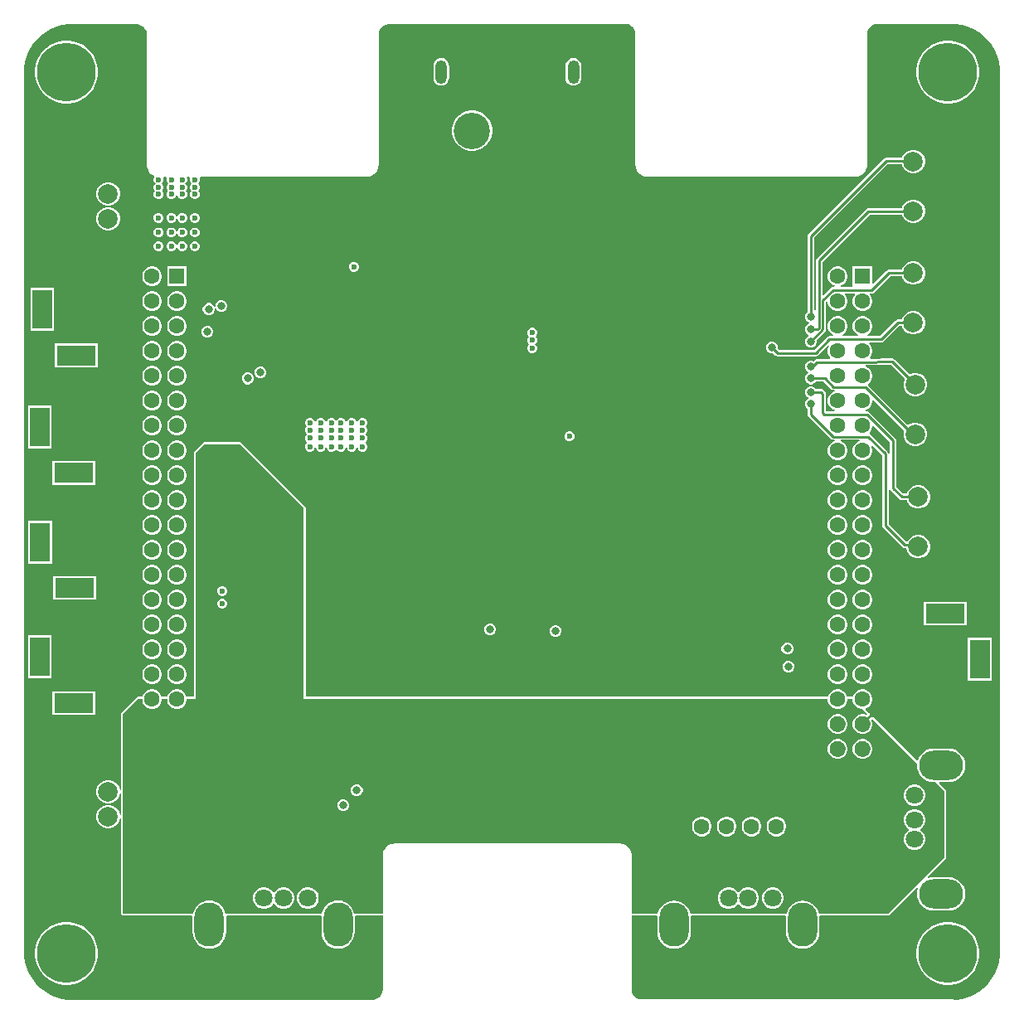
<source format=gbr>
%TF.GenerationSoftware,Altium Limited,Altium Designer,22.5.1 (42)*%
G04 Layer_Physical_Order=2*
G04 Layer_Color=36540*
%FSLAX44Y44*%
%MOMM*%
%TF.SameCoordinates,FC5E5A78-ED25-47B3-91C5-E03428921660*%
%TF.FilePolarity,Positive*%
%TF.FileFunction,Copper,L2,Inr,Signal*%
%TF.Part,Single*%
G01*
G75*
%TA.AperFunction,Conductor*%
%ADD30C,0.2540*%
%TA.AperFunction,ComponentPad*%
%ADD32O,1.2000X2.4000*%
%ADD33R,3.7160X3.7160*%
%ADD34C,3.7160*%
%ADD35C,1.8000*%
%ADD36R,1.8000X1.8000*%
%ADD37O,3.0000X4.5000*%
%ADD38C,2.0000*%
%ADD39C,1.6000*%
%ADD40R,1.6000X1.6000*%
%ADD41R,2.0000X4.0000*%
%ADD42R,4.0000X2.0000*%
%ADD43R,1.8000X1.8000*%
%ADD44O,4.5000X3.0000*%
%ADD45R,1.6000X1.6000*%
%ADD46C,6.0000*%
%TA.AperFunction,ViaPad*%
%ADD47C,0.6000*%
%ADD48C,0.8000*%
G36*
X454110Y498796D02*
X454890Y498641D01*
X458033D01*
X464267Y497820D01*
X470340Y496193D01*
X476148Y493787D01*
X481593Y490644D01*
X486581Y486816D01*
X491026Y482371D01*
X494854Y477383D01*
X497997Y471938D01*
X500403Y466130D01*
X502030Y460057D01*
X502851Y453824D01*
Y450680D01*
Y-449320D01*
Y-452463D01*
X502030Y-458697D01*
X500403Y-464770D01*
X497997Y-470578D01*
X494854Y-476023D01*
X491026Y-481011D01*
X486581Y-485456D01*
X481593Y-489284D01*
X476148Y-492427D01*
X470340Y-494833D01*
X464267Y-496460D01*
X458033Y-497281D01*
X455917D01*
X455670Y-497116D01*
X454890Y-496961D01*
X136650D01*
X134590Y-496551D01*
X132650Y-495748D01*
X130904Y-494581D01*
X129419Y-493096D01*
X128252Y-491350D01*
X127449Y-489410D01*
X127039Y-487350D01*
Y-486300D01*
Y-411289D01*
X152515D01*
X153368Y-412230D01*
X153268Y-413250D01*
Y-428250D01*
X153596Y-431583D01*
X154568Y-434787D01*
X156147Y-437740D01*
X158271Y-440329D01*
X160860Y-442453D01*
X163813Y-444032D01*
X167017Y-445004D01*
X170350Y-445332D01*
X173683Y-445004D01*
X176887Y-444032D01*
X179840Y-442453D01*
X182429Y-440329D01*
X184553Y-437740D01*
X186132Y-434787D01*
X187104Y-431583D01*
X187432Y-428250D01*
Y-413250D01*
X187332Y-412230D01*
X188185Y-411289D01*
X283915D01*
X284768Y-412230D01*
X284668Y-413250D01*
Y-428250D01*
X284996Y-431583D01*
X285968Y-434787D01*
X287547Y-437740D01*
X289671Y-440329D01*
X292260Y-442453D01*
X295213Y-444032D01*
X298417Y-445004D01*
X301750Y-445332D01*
X305083Y-445004D01*
X308287Y-444032D01*
X311240Y-442453D01*
X313829Y-440329D01*
X315953Y-437740D01*
X317532Y-434787D01*
X318504Y-431583D01*
X318832Y-428250D01*
Y-413250D01*
X318732Y-412230D01*
X319585Y-411289D01*
X388750D01*
X389530Y-411134D01*
X390192Y-410692D01*
X390192Y-410692D01*
X418330Y-382553D01*
X418492Y-382597D01*
X419338Y-384117D01*
X418746Y-386067D01*
X418418Y-389400D01*
X418746Y-392733D01*
X419718Y-395937D01*
X421297Y-398890D01*
X423421Y-401479D01*
X426010Y-403603D01*
X428963Y-405182D01*
X432167Y-406154D01*
X435500Y-406482D01*
X450500D01*
X453833Y-406154D01*
X457037Y-405182D01*
X459990Y-403603D01*
X462579Y-401479D01*
X464703Y-398890D01*
X466282Y-395937D01*
X467254Y-392733D01*
X467582Y-389400D01*
X467254Y-386067D01*
X466282Y-382863D01*
X464703Y-379910D01*
X462579Y-377321D01*
X459990Y-375197D01*
X457037Y-373618D01*
X453833Y-372646D01*
X450500Y-372318D01*
X435500D01*
X432167Y-372646D01*
X430217Y-373238D01*
X428697Y-372392D01*
X428653Y-372230D01*
X447442Y-353442D01*
X447884Y-352780D01*
X448039Y-352000D01*
Y-284000D01*
X448039Y-284000D01*
X447884Y-283220D01*
X447442Y-282558D01*
X441139Y-276256D01*
X441625Y-275082D01*
X450500D01*
X453833Y-274754D01*
X457037Y-273782D01*
X459990Y-272203D01*
X462579Y-270079D01*
X464703Y-267490D01*
X466282Y-264537D01*
X467254Y-261333D01*
X467582Y-258000D01*
X467254Y-254667D01*
X466282Y-251463D01*
X464703Y-248510D01*
X462579Y-245921D01*
X459990Y-243797D01*
X457037Y-242218D01*
X453833Y-241246D01*
X450500Y-240918D01*
X435500D01*
X432167Y-241246D01*
X428963Y-242218D01*
X426010Y-243797D01*
X423421Y-245921D01*
X421297Y-248510D01*
X419718Y-251463D01*
X419292Y-252868D01*
X418060Y-253176D01*
X374169Y-209285D01*
X373947Y-209137D01*
X373746Y-208961D01*
X373619Y-208917D01*
X373507Y-208843D01*
X373246Y-208791D01*
X372993Y-208705D01*
X372859Y-208714D01*
X372727Y-208687D01*
X372465Y-208739D01*
X372199Y-208757D01*
X372078Y-208816D01*
X371946Y-208843D01*
X371725Y-208991D01*
X371485Y-209109D01*
X370469Y-209889D01*
X370293Y-210089D01*
X370093Y-210265D01*
X370033Y-210386D01*
X369944Y-210487D01*
X369859Y-210739D01*
X369741Y-210979D01*
X369732Y-211113D01*
X369689Y-211240D01*
X369706Y-211507D01*
X369689Y-211773D01*
X369732Y-211900D01*
X369741Y-212034D01*
X369859Y-212274D01*
X369944Y-212526D01*
X370118Y-212827D01*
X370661Y-214852D01*
Y-216948D01*
X370118Y-218973D01*
X369070Y-220788D01*
X367588Y-222270D01*
X365773Y-223318D01*
X363748Y-223861D01*
X361652D01*
X359627Y-223318D01*
X357812Y-222270D01*
X356330Y-220788D01*
X355282Y-218973D01*
X354739Y-216948D01*
Y-214852D01*
X355282Y-212827D01*
X356330Y-211012D01*
X357812Y-209530D01*
X359627Y-208482D01*
X361652Y-207939D01*
X363748D01*
X365773Y-208482D01*
X366074Y-208656D01*
X366326Y-208741D01*
X366566Y-208859D01*
X366700Y-208868D01*
X366827Y-208911D01*
X367093Y-208894D01*
X367360Y-208911D01*
X367487Y-208868D01*
X367621Y-208859D01*
X367861Y-208741D01*
X368113Y-208656D01*
X368214Y-208567D01*
X368335Y-208507D01*
X368511Y-208307D01*
X368711Y-208131D01*
X369491Y-207115D01*
X369609Y-206876D01*
X369757Y-206654D01*
X369784Y-206522D01*
X369843Y-206401D01*
X369861Y-206135D01*
X369913Y-205873D01*
X369886Y-205741D01*
X369895Y-205607D01*
X369809Y-205355D01*
X369757Y-205093D01*
X369683Y-204981D01*
X369639Y-204854D01*
X369464Y-204653D01*
X369315Y-204431D01*
X365993Y-201109D01*
X366322Y-199882D01*
X366560Y-199818D01*
X368840Y-198502D01*
X370702Y-196640D01*
X372019Y-194360D01*
X372700Y-191817D01*
Y-189184D01*
X372019Y-186640D01*
X370702Y-184360D01*
X368840Y-182498D01*
X366560Y-181182D01*
X364016Y-180500D01*
X361384D01*
X358840Y-181182D01*
X356560Y-182498D01*
X354698Y-184360D01*
X353382Y-186640D01*
X353009Y-188030D01*
X352780Y-188116D01*
X352000Y-187961D01*
X347300D01*
X346989Y-188023D01*
X346618Y-186640D01*
X345302Y-184360D01*
X343440Y-182498D01*
X341160Y-181182D01*
X338616Y-180500D01*
X335984D01*
X333440Y-181182D01*
X331160Y-182498D01*
X329298Y-184360D01*
X327981Y-186640D01*
X327611Y-188023D01*
X327300Y-187961D01*
X-205711D01*
Y4549D01*
X-205750Y4746D01*
X-205750Y4947D01*
X-205787Y5133D01*
X-205864Y5318D01*
X-205866Y5330D01*
X-205873Y5339D01*
X-206006Y5661D01*
X-206008Y5672D01*
X-206014Y5682D01*
X-206091Y5868D01*
X-206196Y6025D01*
X-206338Y6167D01*
X-206450Y6334D01*
X-271416Y71300D01*
X-271583Y71412D01*
X-271725Y71554D01*
X-271882Y71659D01*
X-272068Y71736D01*
X-272078Y71742D01*
X-272089Y71744D01*
X-272411Y71877D01*
X-272420Y71884D01*
X-272432Y71886D01*
X-272617Y71963D01*
X-272803Y72000D01*
X-273004D01*
X-273201Y72039D01*
X-308799D01*
X-308996Y72000D01*
X-309197Y72000D01*
X-309383Y71963D01*
X-309568Y71886D01*
X-309580Y71884D01*
X-309589Y71877D01*
X-309911Y71744D01*
X-309922Y71742D01*
X-309932Y71736D01*
X-310118Y71659D01*
X-310275Y71554D01*
X-310417Y71412D01*
X-310584Y71300D01*
X-319300Y62584D01*
X-319412Y62417D01*
X-319554Y62275D01*
X-319659Y62118D01*
X-319736Y61932D01*
X-319742Y61922D01*
X-319744Y61911D01*
X-319877Y61589D01*
X-319884Y61580D01*
X-319886Y61568D01*
X-319963Y61383D01*
X-320000Y61197D01*
Y60996D01*
X-320039Y60799D01*
Y-187961D01*
X-327300D01*
X-327611Y-188023D01*
X-327981Y-186640D01*
X-329298Y-184360D01*
X-331160Y-182498D01*
X-333440Y-181182D01*
X-335984Y-180500D01*
X-338616D01*
X-341160Y-181182D01*
X-343440Y-182498D01*
X-345302Y-184360D01*
X-346618Y-186640D01*
X-346989Y-188023D01*
X-347300Y-187961D01*
X-352700D01*
X-353011Y-188023D01*
X-353382Y-186640D01*
X-354698Y-184360D01*
X-356560Y-182498D01*
X-358840Y-181182D01*
X-361384Y-180500D01*
X-364016D01*
X-366560Y-181182D01*
X-368840Y-182498D01*
X-370702Y-184360D01*
X-372019Y-186640D01*
X-372389Y-188023D01*
X-372700Y-187961D01*
X-377000D01*
X-377780Y-188116D01*
X-378442Y-188558D01*
X-378442Y-188558D01*
X-393692Y-203808D01*
X-394134Y-204470D01*
X-394289Y-205250D01*
Y-283132D01*
X-395559Y-283299D01*
X-396318Y-280468D01*
X-397898Y-277732D01*
X-400132Y-275498D01*
X-402868Y-273918D01*
X-405920Y-273100D01*
X-409080D01*
X-412132Y-273918D01*
X-414868Y-275498D01*
X-417102Y-277732D01*
X-418682Y-280468D01*
X-419500Y-283520D01*
Y-286680D01*
X-418682Y-289732D01*
X-417102Y-292468D01*
X-414868Y-294702D01*
X-412132Y-296282D01*
X-409080Y-297100D01*
X-405920D01*
X-402868Y-296282D01*
X-400132Y-294702D01*
X-397898Y-292468D01*
X-396318Y-289732D01*
X-395559Y-286901D01*
X-394289Y-287068D01*
Y-308532D01*
X-395559Y-308699D01*
X-396318Y-305868D01*
X-397898Y-303132D01*
X-400132Y-300898D01*
X-402868Y-299318D01*
X-405920Y-298500D01*
X-409080D01*
X-412132Y-299318D01*
X-414868Y-300898D01*
X-417102Y-303132D01*
X-418682Y-305868D01*
X-419500Y-308920D01*
Y-312080D01*
X-418682Y-315132D01*
X-417102Y-317868D01*
X-414868Y-320102D01*
X-412132Y-321682D01*
X-409080Y-322500D01*
X-405920D01*
X-402868Y-321682D01*
X-400132Y-320102D01*
X-397898Y-317868D01*
X-396318Y-315132D01*
X-395559Y-312301D01*
X-394289Y-312468D01*
Y-409250D01*
X-394134Y-410030D01*
X-393692Y-410692D01*
X-393030Y-411134D01*
X-392250Y-411289D01*
X-322040D01*
X-321187Y-412230D01*
X-321282Y-413200D01*
Y-428200D01*
X-320954Y-431533D01*
X-319982Y-434737D01*
X-318403Y-437690D01*
X-316279Y-440279D01*
X-313690Y-442403D01*
X-310737Y-443982D01*
X-307533Y-444954D01*
X-304200Y-445282D01*
X-300867Y-444954D01*
X-297663Y-443982D01*
X-294710Y-442403D01*
X-292121Y-440279D01*
X-289997Y-437690D01*
X-288418Y-434737D01*
X-287446Y-431533D01*
X-287118Y-428200D01*
Y-413200D01*
X-287213Y-412230D01*
X-286360Y-411289D01*
X-190640D01*
X-189787Y-412230D01*
X-189882Y-413200D01*
Y-428200D01*
X-189554Y-431533D01*
X-188582Y-434737D01*
X-187003Y-437690D01*
X-184879Y-440279D01*
X-182290Y-442403D01*
X-179337Y-443982D01*
X-176133Y-444954D01*
X-172800Y-445282D01*
X-169467Y-444954D01*
X-166263Y-443982D01*
X-163310Y-442403D01*
X-160721Y-440279D01*
X-158597Y-437690D01*
X-157018Y-434737D01*
X-156046Y-431533D01*
X-155718Y-428200D01*
Y-413200D01*
X-155813Y-412230D01*
X-154960Y-411289D01*
X-127149D01*
Y-486620D01*
Y-487670D01*
X-127559Y-489730D01*
X-128362Y-491670D01*
X-129529Y-493416D01*
X-131014Y-494901D01*
X-132760Y-496068D01*
X-134700Y-496871D01*
X-136760Y-497281D01*
X-137810D01*
X-445820Y-497281D01*
X-445821Y-497281D01*
X-448254Y-497281D01*
X-454487Y-496460D01*
X-460560Y-494833D01*
X-466368Y-492427D01*
X-471813Y-489284D01*
X-476801Y-485456D01*
X-481246Y-481011D01*
X-485074Y-476023D01*
X-488217Y-470578D01*
X-490623Y-464770D01*
X-492250Y-458697D01*
X-493071Y-452463D01*
Y-449320D01*
Y450680D01*
Y453824D01*
X-492250Y460057D01*
X-490623Y466129D01*
X-488217Y471938D01*
X-485074Y477383D01*
X-481246Y482371D01*
X-476801Y486816D01*
X-471813Y490644D01*
X-466368Y493787D01*
X-460560Y496193D01*
X-454487Y497820D01*
X-448254Y498641D01*
X-377650D01*
X-375590Y498231D01*
X-373650Y497428D01*
X-371904Y496261D01*
X-370419Y494776D01*
X-369252Y493030D01*
X-368449Y491090D01*
X-368039Y489030D01*
Y487980D01*
Y355000D01*
X-368029Y354950D01*
X-368037Y354900D01*
X-367988Y353920D01*
X-367952Y353773D01*
Y353622D01*
X-367569Y351699D01*
X-367492Y351514D01*
X-367453Y351317D01*
X-366703Y349506D01*
X-366591Y349339D01*
X-366515Y349153D01*
X-365425Y347523D01*
X-365283Y347381D01*
X-365172Y347214D01*
X-363786Y345828D01*
X-363619Y345717D01*
X-363477Y345574D01*
X-361847Y344485D01*
X-361661Y344408D01*
X-361494Y344297D01*
X-360841Y344026D01*
X-360679Y343705D01*
X-360391Y342465D01*
X-361000Y340995D01*
Y339005D01*
X-360239Y337168D01*
X-359071Y336000D01*
X-360239Y334832D01*
X-361000Y332995D01*
Y331005D01*
X-360239Y329168D01*
X-359571Y328500D01*
X-360239Y327832D01*
X-361000Y325995D01*
Y324005D01*
X-360239Y322168D01*
X-358832Y320761D01*
X-356995Y320000D01*
X-355005D01*
X-353168Y320761D01*
X-351761Y322168D01*
X-351000Y324005D01*
Y325995D01*
X-351761Y327832D01*
X-352429Y328500D01*
X-351761Y329168D01*
X-351000Y331005D01*
Y332995D01*
X-351761Y334832D01*
X-352929Y336000D01*
X-351761Y337168D01*
X-351000Y339005D01*
Y340995D01*
X-351288Y341691D01*
X-350440Y342961D01*
X-348560D01*
X-347711Y341691D01*
X-348000Y340995D01*
Y339005D01*
X-347239Y337168D01*
X-346071Y336000D01*
X-347239Y334832D01*
X-348000Y332995D01*
Y331005D01*
X-347239Y329168D01*
X-346571Y328500D01*
X-347239Y327832D01*
X-348000Y325995D01*
Y324005D01*
X-347239Y322168D01*
X-345832Y320761D01*
X-343995Y320000D01*
X-342005D01*
X-340168Y320761D01*
X-338761Y322168D01*
X-338173Y323587D01*
X-336827D01*
X-336239Y322168D01*
X-334832Y320761D01*
X-332995Y320000D01*
X-331005D01*
X-329168Y320761D01*
X-327761Y322168D01*
X-327000Y324005D01*
Y325995D01*
X-327761Y327832D01*
X-328429Y328500D01*
X-327761Y329168D01*
X-327000Y331005D01*
Y332995D01*
X-327761Y334832D01*
X-328929Y336000D01*
X-327761Y337168D01*
X-327000Y339005D01*
Y340995D01*
X-327288Y341691D01*
X-326440Y342961D01*
X-324560D01*
X-323712Y341691D01*
X-324000Y340995D01*
Y339005D01*
X-323239Y337168D01*
X-322071Y336000D01*
X-323239Y334832D01*
X-324000Y332995D01*
Y331005D01*
X-323239Y329168D01*
X-322571Y328500D01*
X-323239Y327832D01*
X-324000Y325995D01*
Y324005D01*
X-323239Y322168D01*
X-321832Y320761D01*
X-319995Y320000D01*
X-318005D01*
X-316168Y320761D01*
X-314761Y322168D01*
X-314000Y324005D01*
Y325995D01*
X-314761Y327832D01*
X-315429Y328500D01*
X-314761Y329168D01*
X-314000Y331005D01*
Y332995D01*
X-314761Y334832D01*
X-315929Y336000D01*
X-314761Y337168D01*
X-314000Y339005D01*
Y340995D01*
X-314288Y341691D01*
X-313440Y342961D01*
X-143500D01*
X-143450Y342971D01*
X-143400Y342963D01*
X-142420Y343012D01*
X-142273Y343048D01*
X-142122D01*
X-140199Y343431D01*
X-140014Y343508D01*
X-139817Y343547D01*
X-138006Y344297D01*
X-137839Y344408D01*
X-137653Y344485D01*
X-136023Y345574D01*
X-135881Y345717D01*
X-135714Y345828D01*
X-134328Y347214D01*
X-134216Y347381D01*
X-134074Y347523D01*
X-132985Y349153D01*
X-132908Y349339D01*
X-132797Y349506D01*
X-132047Y351317D01*
X-132008Y351514D01*
X-131931Y351699D01*
X-131548Y353622D01*
Y353773D01*
X-131511Y353920D01*
X-131463Y354900D01*
X-131471Y354950D01*
X-131461Y355000D01*
Y487980D01*
Y489030D01*
X-131051Y491090D01*
X-130248Y493030D01*
X-129081Y494776D01*
X-127596Y496261D01*
X-125850Y497428D01*
X-123910Y498231D01*
X-121850Y498641D01*
X119980D01*
X120760Y498796D01*
X121007Y498961D01*
X121350D01*
X123410Y498551D01*
X125350Y497748D01*
X127096Y496581D01*
X128581Y495096D01*
X129747Y493350D01*
X130551Y491410D01*
X130961Y489350D01*
Y488300D01*
Y355000D01*
X130971Y354950D01*
X130963Y354900D01*
X131011Y353920D01*
X131048Y353773D01*
Y353622D01*
X131431Y351699D01*
X131508Y351514D01*
X131547Y351317D01*
X132297Y349506D01*
X132408Y349339D01*
X132485Y349153D01*
X133574Y347523D01*
X133716Y347381D01*
X133828Y347214D01*
X135214Y345828D01*
X135381Y345717D01*
X135523Y345574D01*
X137153Y344485D01*
X137339Y344408D01*
X137506Y344297D01*
X139317Y343547D01*
X139514Y343508D01*
X139699Y343431D01*
X141622Y343048D01*
X141773D01*
X141920Y343012D01*
X142900Y342963D01*
X142950Y342971D01*
X143000Y342961D01*
X355500D01*
X355550Y342971D01*
X355600Y342963D01*
X356580Y343012D01*
X356727Y343048D01*
X356878D01*
X358801Y343431D01*
X358986Y343508D01*
X359183Y343547D01*
X360994Y344297D01*
X361161Y344408D01*
X361347Y344485D01*
X362977Y345574D01*
X363119Y345717D01*
X363286Y345828D01*
X364672Y347214D01*
X364784Y347381D01*
X364925Y347523D01*
X366015Y349153D01*
X366091Y349339D01*
X366203Y349506D01*
X366953Y351317D01*
X366992Y351514D01*
X367069Y351699D01*
X367452Y353622D01*
Y353773D01*
X367488Y353920D01*
X367537Y354900D01*
X367529Y354950D01*
X367539Y355000D01*
Y488300D01*
Y489350D01*
X367949Y491410D01*
X368752Y493350D01*
X369919Y495096D01*
X371404Y496581D01*
X373150Y497747D01*
X375090Y498551D01*
X377150Y498961D01*
X453863D01*
X454110Y498796D01*
D02*
G37*
G36*
X-273015Y69963D02*
X-272858Y69858D01*
X-207892Y4892D01*
X-207787Y4735D01*
X-207750Y4549D01*
Y-187961D01*
Y-190000D01*
X327300D01*
Y-191817D01*
X327981Y-194360D01*
X329298Y-196640D01*
X331160Y-198502D01*
X333440Y-199818D01*
X335984Y-200500D01*
X338616D01*
X341160Y-199818D01*
X343440Y-198502D01*
X345302Y-196640D01*
X346618Y-194360D01*
X347300Y-191817D01*
Y-190000D01*
X352000D01*
X352700Y-190700D01*
Y-191817D01*
X353382Y-194360D01*
X354698Y-196640D01*
X356560Y-198502D01*
X358840Y-199818D01*
X361384Y-200500D01*
X362500D01*
X367873Y-205873D01*
X367094Y-206890D01*
X366560Y-206581D01*
X364016Y-205900D01*
X361384D01*
X358840Y-206581D01*
X356560Y-207898D01*
X354698Y-209760D01*
X353382Y-212040D01*
X352700Y-214583D01*
Y-217216D01*
X353382Y-219760D01*
X354698Y-222040D01*
X356560Y-223902D01*
X358840Y-225219D01*
X361384Y-225900D01*
X364016D01*
X366560Y-225219D01*
X368840Y-223902D01*
X370702Y-222040D01*
X372019Y-219760D01*
X372700Y-217216D01*
Y-214583D01*
X372019Y-212040D01*
X371710Y-211506D01*
X372727Y-210727D01*
X418560Y-256560D01*
X418418Y-258000D01*
X418746Y-261333D01*
X419718Y-264537D01*
X421297Y-267490D01*
X423421Y-270079D01*
X426010Y-272203D01*
X428963Y-273782D01*
X432167Y-274754D01*
X435500Y-275082D01*
X437082D01*
X446000Y-284000D01*
Y-352000D01*
X388750Y-409250D01*
X318302D01*
X317532Y-406713D01*
X315953Y-403760D01*
X313829Y-401171D01*
X311240Y-399047D01*
X308287Y-397468D01*
X305083Y-396496D01*
X301750Y-396168D01*
X298417Y-396496D01*
X295213Y-397468D01*
X292260Y-399047D01*
X289671Y-401171D01*
X287547Y-403760D01*
X285968Y-406713D01*
X285198Y-409250D01*
X186902D01*
X186132Y-406713D01*
X184553Y-403760D01*
X182429Y-401171D01*
X179840Y-399047D01*
X176887Y-397468D01*
X173683Y-396496D01*
X170350Y-396168D01*
X167017Y-396496D01*
X163813Y-397468D01*
X160860Y-399047D01*
X158271Y-401171D01*
X156147Y-403760D01*
X154568Y-406713D01*
X153799Y-409250D01*
X127039D01*
Y-350000D01*
X127029Y-349950D01*
X127037Y-349900D01*
X126988Y-348920D01*
X126952Y-348773D01*
Y-348622D01*
X126569Y-346699D01*
X126492Y-346514D01*
X126453Y-346317D01*
X125703Y-344506D01*
X125591Y-344339D01*
X125515Y-344153D01*
X124425Y-342523D01*
X124284Y-342381D01*
X124172Y-342214D01*
X122786Y-340828D01*
X122619Y-340717D01*
X122477Y-340574D01*
X120847Y-339485D01*
X120661Y-339408D01*
X120494Y-339297D01*
X118683Y-338547D01*
X118486Y-338508D01*
X118301Y-338431D01*
X116378Y-338048D01*
X116227D01*
X116080Y-338012D01*
X115100Y-337963D01*
X115050Y-337971D01*
X115000Y-337961D01*
X114680Y-337961D01*
X38890D01*
X-115110Y-337961D01*
X-115160Y-337971D01*
X-115210Y-337963D01*
X-116190Y-338012D01*
X-116337Y-338048D01*
X-116488D01*
X-118411Y-338431D01*
X-118596Y-338508D01*
X-118793Y-338547D01*
X-120604Y-339297D01*
X-120771Y-339408D01*
X-120957Y-339485D01*
X-122587Y-340574D01*
X-122729Y-340717D01*
X-122896Y-340828D01*
X-124282Y-342214D01*
X-124394Y-342381D01*
X-124536Y-342523D01*
X-125625Y-344153D01*
X-125702Y-344339D01*
X-125813Y-344506D01*
X-126563Y-346317D01*
X-126602Y-346514D01*
X-126679Y-346699D01*
X-127062Y-348622D01*
Y-348773D01*
X-127099Y-348920D01*
X-127147Y-349900D01*
X-127139Y-349950D01*
X-127149Y-350000D01*
Y-409250D01*
X-156233D01*
X-157018Y-406663D01*
X-158597Y-403710D01*
X-160721Y-401121D01*
X-163310Y-398997D01*
X-166263Y-397418D01*
X-169467Y-396446D01*
X-172800Y-396118D01*
X-176133Y-396446D01*
X-179337Y-397418D01*
X-182290Y-398997D01*
X-184879Y-401121D01*
X-187003Y-403710D01*
X-188582Y-406663D01*
X-189367Y-409250D01*
X-287633D01*
X-288418Y-406663D01*
X-289997Y-403710D01*
X-292121Y-401121D01*
X-294710Y-398997D01*
X-297663Y-397418D01*
X-300867Y-396446D01*
X-304200Y-396118D01*
X-307533Y-396446D01*
X-310737Y-397418D01*
X-313690Y-398997D01*
X-316279Y-401121D01*
X-318403Y-403710D01*
X-319982Y-406663D01*
X-320767Y-409250D01*
X-392250D01*
Y-205250D01*
X-377000Y-190000D01*
X-372700D01*
Y-191817D01*
X-372019Y-194360D01*
X-370702Y-196640D01*
X-368840Y-198502D01*
X-366560Y-199818D01*
X-364016Y-200500D01*
X-361384D01*
X-358840Y-199818D01*
X-356560Y-198502D01*
X-354698Y-196640D01*
X-353382Y-194360D01*
X-352700Y-191817D01*
Y-190000D01*
X-347300D01*
Y-191817D01*
X-346618Y-194360D01*
X-345302Y-196640D01*
X-343440Y-198502D01*
X-341160Y-199818D01*
X-338616Y-200500D01*
X-335984D01*
X-333440Y-199818D01*
X-331160Y-198502D01*
X-329298Y-196640D01*
X-327981Y-194360D01*
X-327300Y-191817D01*
Y-190000D01*
X-318000D01*
Y60799D01*
X-317963Y60985D01*
X-317858Y61142D01*
X-309142Y69858D01*
X-308985Y69963D01*
X-308799Y70000D01*
X-273201D01*
X-273015Y69963D01*
D02*
G37*
%LPC*%
G36*
X67500Y464069D02*
X65412Y463794D01*
X63465Y462988D01*
X61794Y461706D01*
X60512Y460034D01*
X59706Y458088D01*
X59431Y456000D01*
Y444000D01*
X59706Y441912D01*
X60512Y439966D01*
X61794Y438294D01*
X63465Y437012D01*
X65412Y436206D01*
X67500Y435931D01*
X69588Y436206D01*
X71535Y437012D01*
X73206Y438294D01*
X74488Y439966D01*
X75294Y441912D01*
X75569Y444000D01*
Y456000D01*
X75294Y458088D01*
X74488Y460034D01*
X73206Y461706D01*
X71535Y462988D01*
X69588Y463794D01*
X67500Y464069D01*
D02*
G37*
G36*
X-67500D02*
X-69588Y463794D01*
X-71535Y462988D01*
X-73206Y461706D01*
X-74488Y460034D01*
X-75294Y458088D01*
X-75569Y456000D01*
Y444000D01*
X-75294Y441912D01*
X-74488Y439966D01*
X-73206Y438294D01*
X-71535Y437012D01*
X-69588Y436206D01*
X-67500Y435931D01*
X-65412Y436206D01*
X-63465Y437012D01*
X-61794Y438294D01*
X-60512Y439966D01*
X-59706Y441912D01*
X-59431Y444000D01*
Y456000D01*
X-59706Y458088D01*
X-60512Y460034D01*
X-61794Y461706D01*
X-63465Y462988D01*
X-65412Y463794D01*
X-67500Y464069D01*
D02*
G37*
G36*
X452518Y482000D02*
X447481D01*
X442507Y481212D01*
X437716Y479656D01*
X433228Y477369D01*
X429153Y474408D01*
X425592Y470847D01*
X422631Y466772D01*
X420344Y462284D01*
X418788Y457493D01*
X418000Y452518D01*
Y447481D01*
X418788Y442507D01*
X420344Y437716D01*
X422631Y433228D01*
X425592Y429153D01*
X429153Y425592D01*
X433228Y422631D01*
X437716Y420344D01*
X442507Y418788D01*
X447481Y418000D01*
X452518D01*
X457493Y418788D01*
X462284Y420344D01*
X466772Y422631D01*
X470847Y425592D01*
X474408Y429153D01*
X477369Y433228D01*
X479656Y437716D01*
X481212Y442507D01*
X482000Y447481D01*
Y452518D01*
X481212Y457493D01*
X479656Y462284D01*
X477369Y466772D01*
X474408Y470847D01*
X470847Y474408D01*
X466772Y477369D01*
X462284Y479656D01*
X457493Y481212D01*
X452518Y482000D01*
D02*
G37*
G36*
X-447481D02*
X-452518D01*
X-457493Y481212D01*
X-462284Y479656D01*
X-466772Y477369D01*
X-470847Y474408D01*
X-474408Y470847D01*
X-477369Y466772D01*
X-479656Y462284D01*
X-481212Y457493D01*
X-482000Y452518D01*
Y447481D01*
X-481212Y442507D01*
X-479656Y437716D01*
X-477369Y433228D01*
X-474408Y429153D01*
X-470847Y425592D01*
X-466772Y422631D01*
X-462284Y420344D01*
X-457493Y418788D01*
X-452518Y418000D01*
X-447481D01*
X-442507Y418788D01*
X-437716Y420344D01*
X-433228Y422631D01*
X-429153Y425592D01*
X-425592Y429153D01*
X-422631Y433228D01*
X-420344Y437716D01*
X-418788Y442507D01*
X-418000Y447481D01*
Y452518D01*
X-418788Y457493D01*
X-420344Y462284D01*
X-422631Y466772D01*
X-425592Y470847D01*
X-429153Y474408D01*
X-433228Y477369D01*
X-437716Y479656D01*
X-442507Y481212D01*
X-447481Y482000D01*
D02*
G37*
G36*
X-33973Y410580D02*
X-38027D01*
X-42003Y409789D01*
X-45748Y408238D01*
X-49119Y405985D01*
X-51986Y403119D01*
X-54238Y399748D01*
X-55789Y396003D01*
X-56580Y392027D01*
Y387973D01*
X-55789Y383997D01*
X-54238Y380252D01*
X-51986Y376881D01*
X-49119Y374015D01*
X-45748Y371762D01*
X-42003Y370211D01*
X-38027Y369420D01*
X-33973D01*
X-29997Y370211D01*
X-26252Y371762D01*
X-22881Y374015D01*
X-20015Y376881D01*
X-17762Y380252D01*
X-16211Y383997D01*
X-15420Y387973D01*
Y392027D01*
X-16211Y396003D01*
X-17762Y399748D01*
X-20015Y403119D01*
X-22881Y405985D01*
X-26252Y408238D01*
X-29997Y409789D01*
X-33973Y410580D01*
D02*
G37*
G36*
X416167Y370563D02*
X413008D01*
X409956Y369745D01*
X407219Y368165D01*
X404985Y365931D01*
X403405Y363194D01*
X403175Y362334D01*
X387000D01*
X385724Y362080D01*
X384642Y361357D01*
X307642Y284357D01*
X306920Y283276D01*
X306666Y282000D01*
Y205113D01*
X306601Y205087D01*
X304913Y203399D01*
X304000Y201194D01*
Y198806D01*
X304913Y196601D01*
X306601Y194914D01*
X308388Y194173D01*
Y192827D01*
X306601Y192087D01*
X304913Y190399D01*
X304000Y188193D01*
Y185807D01*
X304913Y183601D01*
X306601Y181914D01*
X307147Y181687D01*
Y180313D01*
X306601Y180087D01*
X304913Y178399D01*
X304000Y176194D01*
Y173806D01*
X304913Y171601D01*
X306601Y169914D01*
X308806Y169000D01*
X311194D01*
X313399Y169914D01*
X315086Y171601D01*
X316000Y173806D01*
Y176194D01*
X315973Y176258D01*
X324357Y184643D01*
X325080Y185724D01*
X325334Y187000D01*
Y215083D01*
X326146Y215745D01*
X327300Y215245D01*
Y214583D01*
X327981Y212040D01*
X329298Y209760D01*
X331160Y207898D01*
X333440Y206581D01*
X335984Y205900D01*
X338616D01*
X341160Y206581D01*
X343440Y207898D01*
X345302Y209760D01*
X346618Y212040D01*
X347300Y214583D01*
Y217216D01*
X346618Y219760D01*
X345302Y222040D01*
X344679Y222663D01*
X345165Y223836D01*
X354835D01*
X355321Y222663D01*
X354698Y222040D01*
X353382Y219760D01*
X352700Y217216D01*
Y214583D01*
X353382Y212040D01*
X354698Y209760D01*
X356560Y207898D01*
X358840Y206581D01*
X361384Y205900D01*
X364016D01*
X366560Y206581D01*
X368840Y207898D01*
X370702Y209760D01*
X372019Y212040D01*
X372700Y214583D01*
Y217216D01*
X372019Y219760D01*
X370702Y222040D01*
X370079Y222663D01*
X370565Y223836D01*
X372170D01*
X373446Y224090D01*
X374528Y224813D01*
X391024Y241308D01*
X403058D01*
X403405Y240011D01*
X404985Y237274D01*
X407219Y235040D01*
X409956Y233460D01*
X413008Y232643D01*
X416167D01*
X419219Y233460D01*
X421956Y235040D01*
X424190Y237274D01*
X425770Y240011D01*
X426587Y243063D01*
Y246222D01*
X425770Y249274D01*
X424190Y252011D01*
X421956Y254245D01*
X419219Y255825D01*
X416167Y256643D01*
X413008D01*
X409956Y255825D01*
X407219Y254245D01*
X404985Y252011D01*
X403405Y249274D01*
X403058Y247977D01*
X389643D01*
X388367Y247723D01*
X387285Y247000D01*
X373873Y233588D01*
X372700Y234074D01*
Y251300D01*
X352700D01*
Y231300D01*
X351760Y230504D01*
X340553D01*
X340386Y231774D01*
X341160Y231982D01*
X343440Y233298D01*
X345302Y235160D01*
X346618Y237440D01*
X347300Y239984D01*
Y242617D01*
X346618Y245160D01*
X345302Y247440D01*
X343440Y249302D01*
X341160Y250618D01*
X338616Y251300D01*
X335984D01*
X333440Y250618D01*
X331160Y249302D01*
X329298Y247440D01*
X327981Y245160D01*
X327300Y242617D01*
Y239984D01*
X327981Y237440D01*
X329298Y235160D01*
X331160Y233298D01*
X333440Y231982D01*
X334214Y231774D01*
X334047Y230504D01*
X332632D01*
X331356Y230250D01*
X330274Y229527D01*
X322697Y221951D01*
X321524Y222437D01*
Y255809D01*
X370144Y304429D01*
X403058D01*
X403405Y303131D01*
X404985Y300394D01*
X407219Y298160D01*
X409956Y296580D01*
X413008Y295763D01*
X416167D01*
X419219Y296580D01*
X421956Y298160D01*
X424190Y300394D01*
X425770Y303131D01*
X426587Y306183D01*
Y309342D01*
X425770Y312394D01*
X424190Y315131D01*
X421956Y317365D01*
X419219Y318945D01*
X416167Y319763D01*
X413008D01*
X409956Y318945D01*
X407219Y317365D01*
X404985Y315131D01*
X403405Y312394D01*
X403058Y311097D01*
X368763D01*
X367487Y310843D01*
X366405Y310120D01*
X315833Y259548D01*
X315110Y258466D01*
X314856Y257190D01*
Y206544D01*
X313586Y205865D01*
X313334Y206033D01*
Y280619D01*
X388381Y355666D01*
X402940D01*
X403405Y353931D01*
X404985Y351194D01*
X407219Y348960D01*
X409956Y347380D01*
X413008Y346563D01*
X416167D01*
X419219Y347380D01*
X421956Y348960D01*
X424190Y351194D01*
X425770Y353931D01*
X426587Y356983D01*
Y360142D01*
X425770Y363194D01*
X424190Y365931D01*
X421956Y368165D01*
X419219Y369745D01*
X416167Y370563D01*
D02*
G37*
G36*
X-405920Y337400D02*
X-409080D01*
X-412132Y336582D01*
X-414868Y335002D01*
X-417102Y332768D01*
X-418682Y330032D01*
X-419500Y326980D01*
Y323820D01*
X-418682Y320768D01*
X-417102Y318032D01*
X-414868Y315798D01*
X-412132Y314218D01*
X-409080Y313400D01*
X-405920D01*
X-402868Y314218D01*
X-400132Y315798D01*
X-397898Y318032D01*
X-396318Y320768D01*
X-395500Y323820D01*
Y326980D01*
X-396318Y330032D01*
X-397898Y332768D01*
X-400132Y335002D01*
X-402868Y336582D01*
X-405920Y337400D01*
D02*
G37*
G36*
X-331005Y306000D02*
X-332995D01*
X-334832Y305239D01*
X-336239Y303832D01*
X-336827Y302413D01*
X-338173D01*
X-338761Y303832D01*
X-340168Y305239D01*
X-342005Y306000D01*
X-343995D01*
X-345832Y305239D01*
X-347239Y303832D01*
X-348000Y301995D01*
Y300005D01*
X-347239Y298168D01*
X-345832Y296761D01*
X-343995Y296000D01*
X-342005D01*
X-340168Y296761D01*
X-338761Y298168D01*
X-338173Y299587D01*
X-336827D01*
X-336239Y298168D01*
X-334832Y296761D01*
X-332995Y296000D01*
X-331005D01*
X-329168Y296761D01*
X-327761Y298168D01*
X-327000Y300005D01*
Y301995D01*
X-327761Y303832D01*
X-329168Y305239D01*
X-331005Y306000D01*
D02*
G37*
G36*
X-318005D02*
X-319995D01*
X-321832Y305239D01*
X-323239Y303832D01*
X-324000Y301995D01*
Y300005D01*
X-323239Y298168D01*
X-321832Y296761D01*
X-319995Y296000D01*
X-318005D01*
X-316168Y296761D01*
X-314761Y298168D01*
X-314000Y300005D01*
Y301995D01*
X-314761Y303832D01*
X-316168Y305239D01*
X-318005Y306000D01*
D02*
G37*
G36*
X-355005D02*
X-356995D01*
X-358832Y305239D01*
X-360239Y303832D01*
X-361000Y301995D01*
Y300005D01*
X-360239Y298168D01*
X-358832Y296761D01*
X-356995Y296000D01*
X-355005D01*
X-353168Y296761D01*
X-351761Y298168D01*
X-351000Y300005D01*
Y301995D01*
X-351761Y303832D01*
X-353168Y305239D01*
X-355005Y306000D01*
D02*
G37*
G36*
X-405920Y312000D02*
X-409080D01*
X-412132Y311182D01*
X-414868Y309602D01*
X-417102Y307368D01*
X-418682Y304632D01*
X-419500Y301580D01*
Y298420D01*
X-418682Y295368D01*
X-417102Y292632D01*
X-414868Y290398D01*
X-412132Y288818D01*
X-409080Y288000D01*
X-405920D01*
X-402868Y288818D01*
X-400132Y290398D01*
X-397898Y292632D01*
X-396318Y295368D01*
X-395500Y298420D01*
Y301580D01*
X-396318Y304632D01*
X-397898Y307368D01*
X-400132Y309602D01*
X-402868Y311182D01*
X-405920Y312000D01*
D02*
G37*
G36*
X-331005Y291000D02*
X-332995D01*
X-334832Y290239D01*
X-336239Y288832D01*
X-336827Y287413D01*
X-338173D01*
X-338761Y288832D01*
X-340168Y290239D01*
X-342005Y291000D01*
X-343995D01*
X-345832Y290239D01*
X-347239Y288832D01*
X-348000Y286995D01*
Y285005D01*
X-347239Y283168D01*
X-345832Y281761D01*
X-343995Y281000D01*
X-342005D01*
X-340168Y281761D01*
X-338761Y283168D01*
X-338173Y284587D01*
X-336827D01*
X-336239Y283168D01*
X-334832Y281761D01*
X-332995Y281000D01*
X-331005D01*
X-329168Y281761D01*
X-327761Y283168D01*
X-327000Y285005D01*
Y286995D01*
X-327761Y288832D01*
X-329168Y290239D01*
X-331005Y291000D01*
D02*
G37*
G36*
X-318005D02*
X-319995D01*
X-321832Y290239D01*
X-323239Y288832D01*
X-324000Y286995D01*
Y285005D01*
X-323239Y283168D01*
X-321832Y281761D01*
X-319995Y281000D01*
X-318005D01*
X-316168Y281761D01*
X-314761Y283168D01*
X-314000Y285005D01*
Y286995D01*
X-314761Y288832D01*
X-316168Y290239D01*
X-318005Y291000D01*
D02*
G37*
G36*
X-355005D02*
X-356995D01*
X-358832Y290239D01*
X-360239Y288832D01*
X-361000Y286995D01*
Y285005D01*
X-360239Y283168D01*
X-358832Y281761D01*
X-356995Y281000D01*
X-355005D01*
X-353168Y281761D01*
X-351761Y283168D01*
X-351000Y285005D01*
Y286995D01*
X-351761Y288832D01*
X-353168Y290239D01*
X-355005Y291000D01*
D02*
G37*
G36*
X-331005Y277000D02*
X-332995D01*
X-334832Y276239D01*
X-336239Y274832D01*
X-336827Y273413D01*
X-338173D01*
X-338761Y274832D01*
X-340168Y276239D01*
X-342005Y277000D01*
X-343995D01*
X-345832Y276239D01*
X-347239Y274832D01*
X-348000Y272995D01*
Y271005D01*
X-347239Y269168D01*
X-345832Y267761D01*
X-343995Y267000D01*
X-342005D01*
X-340168Y267761D01*
X-338761Y269168D01*
X-338173Y270587D01*
X-336827D01*
X-336239Y269168D01*
X-334832Y267761D01*
X-332995Y267000D01*
X-331005D01*
X-329168Y267761D01*
X-327761Y269168D01*
X-327000Y271005D01*
Y272995D01*
X-327761Y274832D01*
X-329168Y276239D01*
X-331005Y277000D01*
D02*
G37*
G36*
X-318005D02*
X-319995D01*
X-321832Y276239D01*
X-323239Y274832D01*
X-324000Y272995D01*
Y271005D01*
X-323239Y269168D01*
X-321832Y267761D01*
X-319995Y267000D01*
X-318005D01*
X-316168Y267761D01*
X-314761Y269168D01*
X-314000Y271005D01*
Y272995D01*
X-314761Y274832D01*
X-316168Y276239D01*
X-318005Y277000D01*
D02*
G37*
G36*
X-355005D02*
X-356995D01*
X-358832Y276239D01*
X-360239Y274832D01*
X-361000Y272995D01*
Y271005D01*
X-360239Y269168D01*
X-358832Y267761D01*
X-356995Y267000D01*
X-355005D01*
X-353168Y267761D01*
X-351761Y269168D01*
X-351000Y271005D01*
Y272995D01*
X-351761Y274832D01*
X-353168Y276239D01*
X-355005Y277000D01*
D02*
G37*
G36*
X-155755Y256000D02*
X-157745D01*
X-159582Y255239D01*
X-160989Y253832D01*
X-161750Y251995D01*
Y250005D01*
X-160989Y248168D01*
X-159582Y246761D01*
X-157745Y246000D01*
X-155755D01*
X-153918Y246761D01*
X-152511Y248168D01*
X-151750Y250005D01*
Y251995D01*
X-152511Y253832D01*
X-153918Y255239D01*
X-155755Y256000D01*
D02*
G37*
G36*
X-327300Y251300D02*
X-347300D01*
Y231300D01*
X-327300D01*
Y251300D01*
D02*
G37*
G36*
X-361384D02*
X-364016D01*
X-366560Y250618D01*
X-368840Y249302D01*
X-370702Y247440D01*
X-372019Y245160D01*
X-372700Y242617D01*
Y239984D01*
X-372019Y237440D01*
X-370702Y235160D01*
X-368840Y233298D01*
X-366560Y231982D01*
X-364016Y231300D01*
X-361384D01*
X-358840Y231982D01*
X-356560Y233298D01*
X-354698Y235160D01*
X-353382Y237440D01*
X-352700Y239984D01*
Y242617D01*
X-353382Y245160D01*
X-354698Y247440D01*
X-356560Y249302D01*
X-358840Y250618D01*
X-361384Y251300D01*
D02*
G37*
G36*
X-290807Y217000D02*
X-293193D01*
X-295399Y216087D01*
X-297087Y214399D01*
X-298000Y212194D01*
Y210396D01*
X-298000Y210098D01*
X-299270Y209845D01*
X-299363Y210070D01*
X-299913Y211399D01*
X-301601Y213086D01*
X-303806Y214000D01*
X-306194D01*
X-308399Y213086D01*
X-310087Y211399D01*
X-311000Y209193D01*
Y206807D01*
X-310087Y204601D01*
X-308399Y202913D01*
X-306194Y202000D01*
X-303806D01*
X-301601Y202913D01*
X-299913Y204601D01*
X-299000Y206807D01*
Y208604D01*
X-299000Y208902D01*
X-297730Y209155D01*
X-297637Y208930D01*
X-297087Y207601D01*
X-295399Y205914D01*
X-293193Y205000D01*
X-290807D01*
X-288601Y205914D01*
X-286913Y207601D01*
X-286000Y209806D01*
Y212194D01*
X-286913Y214399D01*
X-288601Y216087D01*
X-290807Y217000D01*
D02*
G37*
G36*
X-335984Y225900D02*
X-338616D01*
X-341160Y225219D01*
X-343440Y223902D01*
X-345302Y222040D01*
X-346618Y219760D01*
X-347300Y217216D01*
Y214583D01*
X-346618Y212040D01*
X-345302Y209760D01*
X-343440Y207898D01*
X-341160Y206581D01*
X-338616Y205900D01*
X-335984D01*
X-333440Y206581D01*
X-331160Y207898D01*
X-329298Y209760D01*
X-327981Y212040D01*
X-327300Y214583D01*
Y217216D01*
X-327981Y219760D01*
X-329298Y222040D01*
X-331160Y223902D01*
X-333440Y225219D01*
X-335984Y225900D01*
D02*
G37*
G36*
X-361384D02*
X-364016D01*
X-366560Y225219D01*
X-368840Y223902D01*
X-370702Y222040D01*
X-372019Y219760D01*
X-372700Y217216D01*
Y214583D01*
X-372019Y212040D01*
X-370702Y209760D01*
X-368840Y207898D01*
X-366560Y206581D01*
X-364016Y205900D01*
X-361384D01*
X-358840Y206581D01*
X-356560Y207898D01*
X-354698Y209760D01*
X-353382Y212040D01*
X-352700Y214583D01*
Y217216D01*
X-353382Y219760D01*
X-354698Y222040D01*
X-356560Y223902D01*
X-358840Y225219D01*
X-361384Y225900D01*
D02*
G37*
G36*
X-463000Y229500D02*
X-487000D01*
Y185500D01*
X-463000D01*
Y229500D01*
D02*
G37*
G36*
X-335984Y200500D02*
X-338616D01*
X-341160Y199818D01*
X-343440Y198502D01*
X-345302Y196640D01*
X-346618Y194360D01*
X-347300Y191817D01*
Y189184D01*
X-346618Y186640D01*
X-345302Y184360D01*
X-343440Y182498D01*
X-341160Y181182D01*
X-338616Y180500D01*
X-335984D01*
X-333440Y181182D01*
X-331160Y182498D01*
X-329298Y184360D01*
X-327981Y186640D01*
X-327300Y189184D01*
Y191817D01*
X-327981Y194360D01*
X-329298Y196640D01*
X-331160Y198502D01*
X-333440Y199818D01*
X-335984Y200500D01*
D02*
G37*
G36*
X-361384D02*
X-364016D01*
X-366560Y199818D01*
X-368840Y198502D01*
X-370702Y196640D01*
X-372019Y194360D01*
X-372700Y191817D01*
Y189184D01*
X-372019Y186640D01*
X-370702Y184360D01*
X-368840Y182498D01*
X-366560Y181182D01*
X-364016Y180500D01*
X-361384D01*
X-358840Y181182D01*
X-356560Y182498D01*
X-354698Y184360D01*
X-353382Y186640D01*
X-352700Y189184D01*
Y191817D01*
X-353382Y194360D01*
X-354698Y196640D01*
X-356560Y198502D01*
X-358840Y199818D01*
X-361384Y200500D01*
D02*
G37*
G36*
X416167Y205843D02*
X413008D01*
X409956Y205025D01*
X407219Y203445D01*
X404985Y201211D01*
X403405Y198474D01*
X403058Y197177D01*
X398843D01*
X397567Y196923D01*
X396485Y196200D01*
X380619Y180334D01*
X367632D01*
X367292Y181604D01*
X368840Y182498D01*
X370702Y184360D01*
X372019Y186640D01*
X372700Y189184D01*
Y191817D01*
X372019Y194360D01*
X370702Y196640D01*
X368840Y198502D01*
X366560Y199818D01*
X364016Y200500D01*
X361384D01*
X358840Y199818D01*
X356560Y198502D01*
X354698Y196640D01*
X353382Y194360D01*
X352700Y191817D01*
Y189184D01*
X353382Y186640D01*
X354698Y184360D01*
X356560Y182498D01*
X358108Y181604D01*
X357768Y180334D01*
X342232D01*
X341892Y181604D01*
X343440Y182498D01*
X345302Y184360D01*
X346618Y186640D01*
X347300Y189184D01*
Y191817D01*
X346618Y194360D01*
X345302Y196640D01*
X343440Y198502D01*
X341160Y199818D01*
X338616Y200500D01*
X335984D01*
X333440Y199818D01*
X331160Y198502D01*
X329298Y196640D01*
X327981Y194360D01*
X327300Y191817D01*
Y189184D01*
X327981Y186640D01*
X329298Y184360D01*
X331160Y182498D01*
X332708Y181604D01*
X332368Y180334D01*
X329000D01*
X327724Y180080D01*
X326642Y179358D01*
X313619Y166334D01*
X277381D01*
X275973Y167742D01*
X276000Y167806D01*
Y170194D01*
X275086Y172399D01*
X273399Y174086D01*
X271194Y175000D01*
X268806D01*
X266601Y174086D01*
X264913Y172399D01*
X264000Y170194D01*
Y167806D01*
X264913Y165601D01*
X266601Y163913D01*
X268806Y163000D01*
X271194D01*
X271258Y163027D01*
X273643Y160643D01*
X274724Y159920D01*
X276000Y159666D01*
X315000D01*
X316276Y159920D01*
X317358Y160643D01*
X327663Y170948D01*
X328679Y170168D01*
X327981Y168960D01*
X327300Y166416D01*
Y163783D01*
X327981Y161240D01*
X329298Y158960D01*
X329921Y158337D01*
X329435Y157164D01*
X316308D01*
X315032Y156910D01*
X313950Y156187D01*
X312303Y154541D01*
X311194Y155000D01*
X308806D01*
X306601Y154087D01*
X304913Y152399D01*
X304000Y150194D01*
Y147807D01*
X304913Y145601D01*
X306601Y143913D01*
X307147Y143687D01*
Y142313D01*
X306601Y142087D01*
X304913Y140399D01*
X304000Y138194D01*
Y135807D01*
X304913Y133601D01*
X306601Y131913D01*
X308806Y131000D01*
X311194D01*
X313399Y131913D01*
X315086Y133601D01*
X315113Y133666D01*
X322681D01*
X330274Y126073D01*
X331356Y125350D01*
X332632Y125096D01*
X334047D01*
X334214Y123826D01*
X333440Y123618D01*
X331160Y122302D01*
X329298Y120440D01*
X327981Y118160D01*
X327300Y115617D01*
Y112984D01*
X327981Y110440D01*
X329298Y108160D01*
X331160Y106298D01*
X333440Y104981D01*
X334214Y104774D01*
X334047Y103504D01*
X325334D01*
Y121512D01*
X325080Y122788D01*
X324357Y123870D01*
X322870Y125358D01*
X321788Y126080D01*
X320512Y126334D01*
X315113D01*
X315086Y126399D01*
X313399Y128087D01*
X311194Y129000D01*
X308806D01*
X306601Y128087D01*
X304913Y126399D01*
X304000Y124193D01*
Y121806D01*
X304913Y119601D01*
X306601Y117914D01*
X307147Y117687D01*
Y116313D01*
X306601Y116087D01*
X304913Y114399D01*
X304000Y112193D01*
Y109806D01*
X304913Y107601D01*
X306601Y105913D01*
X306666Y105887D01*
Y100262D01*
X306920Y98986D01*
X307642Y97904D01*
X330274Y75272D01*
X331356Y74550D01*
X332632Y74296D01*
X334047D01*
X334214Y73026D01*
X333440Y72818D01*
X331160Y71502D01*
X329298Y69640D01*
X327981Y67360D01*
X327300Y64816D01*
Y62183D01*
X327981Y59640D01*
X329298Y57360D01*
X331160Y55498D01*
X333440Y54181D01*
X335984Y53500D01*
X338616D01*
X341160Y54181D01*
X343440Y55498D01*
X345302Y57360D01*
X346618Y59640D01*
X347300Y62183D01*
Y64816D01*
X346618Y67360D01*
X345302Y69640D01*
X343440Y71502D01*
X341160Y72818D01*
X340386Y73026D01*
X340553Y74296D01*
X359447D01*
X359614Y73026D01*
X358840Y72818D01*
X356560Y71502D01*
X354698Y69640D01*
X353382Y67360D01*
X352700Y64816D01*
Y62183D01*
X353382Y59640D01*
X354698Y57360D01*
X356560Y55498D01*
X358840Y54181D01*
X361384Y53500D01*
X364016D01*
X366560Y54181D01*
X368840Y55498D01*
X370702Y57360D01*
X372019Y59640D01*
X372700Y62183D01*
Y64816D01*
X372019Y67360D01*
X371867Y67621D01*
X372884Y68401D01*
X382666Y58619D01*
Y-13000D01*
X382920Y-14276D01*
X383643Y-15358D01*
X403420Y-35135D01*
X404502Y-35858D01*
X405778Y-36112D01*
X407588D01*
Y-36307D01*
X408405Y-39359D01*
X409985Y-42096D01*
X412219Y-44330D01*
X414956Y-45910D01*
X418008Y-46727D01*
X421167D01*
X424219Y-45910D01*
X426956Y-44330D01*
X429190Y-42096D01*
X430770Y-39359D01*
X431587Y-36307D01*
Y-33148D01*
X430770Y-30096D01*
X429190Y-27359D01*
X426956Y-25125D01*
X424219Y-23545D01*
X421167Y-22727D01*
X418008D01*
X414956Y-23545D01*
X412219Y-25125D01*
X409985Y-27359D01*
X408782Y-29443D01*
X407159D01*
X389334Y-11619D01*
Y60000D01*
X389080Y61276D01*
X388358Y62358D01*
X370728Y79988D01*
X370127Y80389D01*
X369848Y81715D01*
X369896Y81954D01*
X370702Y82760D01*
X372019Y85040D01*
X372700Y87584D01*
Y88464D01*
X373873Y88950D01*
X390666Y72157D01*
Y25000D01*
X390920Y23724D01*
X391642Y22643D01*
X400570Y13715D01*
X401651Y12992D01*
X402927Y12738D01*
X408058D01*
X408405Y11441D01*
X409985Y8704D01*
X412219Y6470D01*
X414956Y4890D01*
X418008Y4073D01*
X421167D01*
X424219Y4890D01*
X426956Y6470D01*
X429190Y8704D01*
X430770Y11441D01*
X431587Y14493D01*
Y17652D01*
X430770Y20704D01*
X429190Y23441D01*
X426956Y25675D01*
X424219Y27255D01*
X421167Y28073D01*
X418008D01*
X414956Y27255D01*
X412219Y25675D01*
X409985Y23441D01*
X408405Y20704D01*
X408058Y19407D01*
X404308D01*
X397334Y26381D01*
Y73538D01*
X397080Y74814D01*
X396357Y75896D01*
X369726Y102528D01*
X368644Y103250D01*
X367368Y103504D01*
X365953D01*
X365786Y104774D01*
X366560Y104981D01*
X368840Y106298D01*
X370702Y108160D01*
X372019Y110440D01*
X372700Y112984D01*
Y114789D01*
X373970Y115315D01*
X405263Y84022D01*
X404588Y81502D01*
Y78343D01*
X405405Y75291D01*
X406985Y72554D01*
X409219Y70320D01*
X411956Y68740D01*
X415008Y67923D01*
X418167D01*
X421219Y68740D01*
X423956Y70320D01*
X426190Y72554D01*
X427770Y75291D01*
X428587Y78343D01*
Y81502D01*
X427770Y84554D01*
X426190Y87291D01*
X423956Y89525D01*
X421219Y91105D01*
X418167Y91923D01*
X415008D01*
X411956Y91105D01*
X409219Y89525D01*
X409205Y89510D01*
X368614Y130101D01*
X368821Y131687D01*
X368840Y131698D01*
X370702Y133560D01*
X372019Y135840D01*
X372700Y138384D01*
Y141017D01*
X372019Y143560D01*
X370702Y145840D01*
X368840Y147702D01*
X366560Y149018D01*
X365719Y149244D01*
X365882Y150515D01*
X391217Y150666D01*
X391929D01*
X406077Y136518D01*
X405405Y135354D01*
X404588Y132302D01*
Y129143D01*
X405405Y126091D01*
X406985Y123354D01*
X409219Y121120D01*
X411956Y119540D01*
X415008Y118722D01*
X418167D01*
X421219Y119540D01*
X423956Y121120D01*
X426190Y123354D01*
X427770Y126091D01*
X428587Y129143D01*
Y132302D01*
X427770Y135354D01*
X426190Y138091D01*
X423956Y140325D01*
X421219Y141905D01*
X418167Y142723D01*
X415008D01*
X411956Y141905D01*
X410792Y141233D01*
X395667Y156357D01*
X394586Y157080D01*
X393310Y157334D01*
X391206D01*
X391196Y157332D01*
X391186Y157334D01*
X370615Y157211D01*
X370125Y158383D01*
X370702Y158960D01*
X372019Y161240D01*
X372700Y163783D01*
Y166416D01*
X372019Y168960D01*
X370702Y171240D01*
X369546Y172396D01*
X370072Y173666D01*
X382000D01*
X383276Y173920D01*
X384357Y174643D01*
X400224Y190508D01*
X403058D01*
X403405Y189211D01*
X404985Y186474D01*
X407219Y184240D01*
X409956Y182660D01*
X413008Y181843D01*
X416167D01*
X419219Y182660D01*
X421956Y184240D01*
X424190Y186474D01*
X425770Y189211D01*
X426587Y192263D01*
Y195422D01*
X425770Y198474D01*
X424190Y201211D01*
X421956Y203445D01*
X419219Y205025D01*
X416167Y205843D01*
D02*
G37*
G36*
X-304806Y190700D02*
X-307194D01*
X-309399Y189787D01*
X-311087Y188099D01*
X-312000Y185893D01*
Y183507D01*
X-311087Y181301D01*
X-309399Y179613D01*
X-307194Y178700D01*
X-304806D01*
X-302601Y179613D01*
X-300913Y181301D01*
X-300000Y183507D01*
Y185893D01*
X-300913Y188099D01*
X-302601Y189787D01*
X-304806Y190700D01*
D02*
G37*
G36*
X26495Y188750D02*
X24505D01*
X22668Y187989D01*
X21261Y186582D01*
X20500Y184745D01*
Y182755D01*
X21261Y180918D01*
X22304Y179875D01*
X21261Y178832D01*
X20500Y176995D01*
Y175005D01*
X21261Y173168D01*
X22421Y172008D01*
X22418Y171989D01*
X21011Y170582D01*
X20250Y168745D01*
Y166755D01*
X21011Y164918D01*
X22418Y163511D01*
X24255Y162750D01*
X26244D01*
X28082Y163511D01*
X29489Y164918D01*
X30250Y166755D01*
Y168745D01*
X29489Y170582D01*
X28329Y171742D01*
X28332Y171761D01*
X29739Y173168D01*
X30500Y175005D01*
Y176995D01*
X29739Y178832D01*
X28696Y179875D01*
X29739Y180918D01*
X30500Y182755D01*
Y184745D01*
X29739Y186582D01*
X28332Y187989D01*
X26495Y188750D01*
D02*
G37*
G36*
X-335984Y175100D02*
X-338616D01*
X-341160Y174419D01*
X-343440Y173102D01*
X-345302Y171240D01*
X-346618Y168960D01*
X-347300Y166416D01*
Y163783D01*
X-346618Y161240D01*
X-345302Y158960D01*
X-343440Y157098D01*
X-341160Y155781D01*
X-338616Y155100D01*
X-335984D01*
X-333440Y155781D01*
X-331160Y157098D01*
X-329298Y158960D01*
X-327981Y161240D01*
X-327300Y163783D01*
Y166416D01*
X-327981Y168960D01*
X-329298Y171240D01*
X-331160Y173102D01*
X-333440Y174419D01*
X-335984Y175100D01*
D02*
G37*
G36*
X-361384D02*
X-364016D01*
X-366560Y174419D01*
X-368840Y173102D01*
X-370702Y171240D01*
X-372019Y168960D01*
X-372700Y166416D01*
Y163783D01*
X-372019Y161240D01*
X-370702Y158960D01*
X-368840Y157098D01*
X-366560Y155781D01*
X-364016Y155100D01*
X-361384D01*
X-358840Y155781D01*
X-356560Y157098D01*
X-354698Y158960D01*
X-353382Y161240D01*
X-352700Y163783D01*
Y166416D01*
X-353382Y168960D01*
X-354698Y171240D01*
X-356560Y173102D01*
X-358840Y174419D01*
X-361384Y175100D01*
D02*
G37*
G36*
X-418000Y172500D02*
X-462000D01*
Y148500D01*
X-418000D01*
Y172500D01*
D02*
G37*
G36*
X-250807Y149000D02*
X-253193D01*
X-255399Y148087D01*
X-257087Y146399D01*
X-258000Y144193D01*
Y141806D01*
X-257087Y139601D01*
X-255399Y137913D01*
X-253193Y137000D01*
X-250807D01*
X-248601Y137913D01*
X-246914Y139601D01*
X-246000Y141806D01*
Y144193D01*
X-246914Y146399D01*
X-248601Y148087D01*
X-250807Y149000D01*
D02*
G37*
G36*
X-263806Y143000D02*
X-266194D01*
X-268399Y142087D01*
X-270087Y140399D01*
X-271000Y138194D01*
Y135807D01*
X-270087Y133601D01*
X-268399Y131913D01*
X-266194Y131000D01*
X-263806D01*
X-261601Y131913D01*
X-259914Y133601D01*
X-259000Y135807D01*
Y138194D01*
X-259914Y140399D01*
X-261601Y142087D01*
X-263806Y143000D01*
D02*
G37*
G36*
X-335984Y149700D02*
X-338616D01*
X-341160Y149018D01*
X-343440Y147702D01*
X-345302Y145840D01*
X-346618Y143560D01*
X-347300Y141017D01*
Y138384D01*
X-346618Y135840D01*
X-345302Y133560D01*
X-343440Y131698D01*
X-341160Y130381D01*
X-338616Y129700D01*
X-335984D01*
X-333440Y130381D01*
X-331160Y131698D01*
X-329298Y133560D01*
X-327981Y135840D01*
X-327300Y138384D01*
Y141017D01*
X-327981Y143560D01*
X-329298Y145840D01*
X-331160Y147702D01*
X-333440Y149018D01*
X-335984Y149700D01*
D02*
G37*
G36*
X-361384D02*
X-364016D01*
X-366560Y149018D01*
X-368840Y147702D01*
X-370702Y145840D01*
X-372019Y143560D01*
X-372700Y141017D01*
Y138384D01*
X-372019Y135840D01*
X-370702Y133560D01*
X-368840Y131698D01*
X-366560Y130381D01*
X-364016Y129700D01*
X-361384D01*
X-358840Y130381D01*
X-356560Y131698D01*
X-354698Y133560D01*
X-353382Y135840D01*
X-352700Y138384D01*
Y141017D01*
X-353382Y143560D01*
X-354698Y145840D01*
X-356560Y147702D01*
X-358840Y149018D01*
X-361384Y149700D01*
D02*
G37*
G36*
X-335984Y124300D02*
X-338616D01*
X-341160Y123618D01*
X-343440Y122302D01*
X-345302Y120440D01*
X-346618Y118160D01*
X-347300Y115617D01*
Y112984D01*
X-346618Y110440D01*
X-345302Y108160D01*
X-343440Y106298D01*
X-341160Y104981D01*
X-338616Y104300D01*
X-335984D01*
X-333440Y104981D01*
X-331160Y106298D01*
X-329298Y108160D01*
X-327981Y110440D01*
X-327300Y112984D01*
Y115617D01*
X-327981Y118160D01*
X-329298Y120440D01*
X-331160Y122302D01*
X-333440Y123618D01*
X-335984Y124300D01*
D02*
G37*
G36*
X-361384D02*
X-364016D01*
X-366560Y123618D01*
X-368840Y122302D01*
X-370702Y120440D01*
X-372019Y118160D01*
X-372700Y115617D01*
Y112984D01*
X-372019Y110440D01*
X-370702Y108160D01*
X-368840Y106298D01*
X-366560Y104981D01*
X-364016Y104300D01*
X-361384D01*
X-358840Y104981D01*
X-356560Y106298D01*
X-354698Y108160D01*
X-353382Y110440D01*
X-352700Y112984D01*
Y115617D01*
X-353382Y118160D01*
X-354698Y120440D01*
X-356560Y122302D01*
X-358840Y123618D01*
X-361384Y124300D01*
D02*
G37*
G36*
X-146755Y96750D02*
X-148745D01*
X-150582Y95989D01*
X-151989Y94582D01*
X-152577Y93163D01*
X-153923D01*
X-154511Y94582D01*
X-155918Y95989D01*
X-157755Y96750D01*
X-159745D01*
X-161582Y95989D01*
X-162989Y94582D01*
X-163577Y93163D01*
X-164923D01*
X-165511Y94582D01*
X-166918Y95989D01*
X-168755Y96750D01*
X-170745D01*
X-172582Y95989D01*
X-173989Y94582D01*
X-173990Y94579D01*
X-175260D01*
X-175261Y94582D01*
X-176668Y95989D01*
X-178505Y96750D01*
X-180495D01*
X-182332Y95989D01*
X-183739Y94582D01*
X-184327Y93163D01*
X-185673D01*
X-186261Y94582D01*
X-187668Y95989D01*
X-189505Y96750D01*
X-191495D01*
X-193332Y95989D01*
X-194739Y94582D01*
X-195327Y93163D01*
X-196673D01*
X-197261Y94582D01*
X-198668Y95989D01*
X-200505Y96750D01*
X-202495D01*
X-204332Y95989D01*
X-205739Y94582D01*
X-206500Y92745D01*
Y90755D01*
X-205739Y88918D01*
X-204821Y88000D01*
X-205739Y87082D01*
X-206500Y85245D01*
Y83255D01*
X-205739Y81418D01*
X-204446Y80125D01*
X-205739Y78832D01*
X-206500Y76995D01*
Y75005D01*
X-205739Y73168D01*
X-205026Y72455D01*
X-204430Y71625D01*
X-205026Y70795D01*
X-205739Y70082D01*
X-206500Y68245D01*
Y66255D01*
X-205739Y64418D01*
X-204332Y63011D01*
X-202495Y62250D01*
X-200505D01*
X-198668Y63011D01*
X-197261Y64418D01*
X-196673Y65837D01*
X-195327D01*
X-194739Y64418D01*
X-193332Y63011D01*
X-191495Y62250D01*
X-189505D01*
X-187668Y63011D01*
X-186261Y64418D01*
X-185673Y65837D01*
X-184327D01*
X-183739Y64418D01*
X-182332Y63011D01*
X-180495Y62250D01*
X-178505D01*
X-176668Y63011D01*
X-175261Y64418D01*
X-175260Y64421D01*
X-173990D01*
X-173989Y64418D01*
X-172582Y63011D01*
X-170745Y62250D01*
X-168755D01*
X-166918Y63011D01*
X-165511Y64418D01*
X-164923Y65837D01*
X-163577D01*
X-162989Y64418D01*
X-161582Y63011D01*
X-159745Y62250D01*
X-157755D01*
X-155918Y63011D01*
X-154511Y64418D01*
X-153923Y65837D01*
X-152577D01*
X-151989Y64418D01*
X-150582Y63011D01*
X-148745Y62250D01*
X-146755D01*
X-144918Y63011D01*
X-143511Y64418D01*
X-142750Y66255D01*
Y68245D01*
X-143511Y70082D01*
X-144224Y70795D01*
X-144820Y71625D01*
X-144224Y72455D01*
X-143511Y73168D01*
X-142750Y75005D01*
Y76995D01*
X-143511Y78832D01*
X-144804Y80125D01*
X-143511Y81418D01*
X-142750Y83255D01*
Y85245D01*
X-143511Y87082D01*
X-144429Y88000D01*
X-143511Y88918D01*
X-142750Y90755D01*
Y92745D01*
X-143511Y94582D01*
X-144918Y95989D01*
X-146755Y96750D01*
D02*
G37*
G36*
X-335984Y98900D02*
X-338616D01*
X-341160Y98218D01*
X-343440Y96902D01*
X-345302Y95040D01*
X-346618Y92760D01*
X-347300Y90217D01*
Y87584D01*
X-346618Y85040D01*
X-345302Y82760D01*
X-343440Y80898D01*
X-341160Y79581D01*
X-338616Y78900D01*
X-335984D01*
X-333440Y79581D01*
X-331160Y80898D01*
X-329298Y82760D01*
X-327981Y85040D01*
X-327300Y87584D01*
Y90217D01*
X-327981Y92760D01*
X-329298Y95040D01*
X-331160Y96902D01*
X-333440Y98218D01*
X-335984Y98900D01*
D02*
G37*
G36*
X-361384D02*
X-364016D01*
X-366560Y98218D01*
X-368840Y96902D01*
X-370702Y95040D01*
X-372019Y92760D01*
X-372700Y90217D01*
Y87584D01*
X-372019Y85040D01*
X-370702Y82760D01*
X-368840Y80898D01*
X-366560Y79581D01*
X-364016Y78900D01*
X-361384D01*
X-358840Y79581D01*
X-356560Y80898D01*
X-354698Y82760D01*
X-353382Y85040D01*
X-352700Y87584D01*
Y90217D01*
X-353382Y92760D01*
X-354698Y95040D01*
X-356560Y96902D01*
X-358840Y98218D01*
X-361384Y98900D01*
D02*
G37*
G36*
X64495Y82750D02*
X62505D01*
X60668Y81989D01*
X59261Y80582D01*
X58500Y78745D01*
Y76755D01*
X59261Y74918D01*
X60668Y73511D01*
X62505Y72750D01*
X64495D01*
X66332Y73511D01*
X67739Y74918D01*
X68500Y76755D01*
Y78745D01*
X67739Y80582D01*
X66332Y81989D01*
X64495Y82750D01*
D02*
G37*
G36*
X-465500Y109500D02*
X-489500D01*
Y65500D01*
X-465500D01*
Y109500D01*
D02*
G37*
G36*
X-335984Y73500D02*
X-338616D01*
X-341160Y72818D01*
X-343440Y71502D01*
X-345302Y69640D01*
X-346618Y67360D01*
X-347300Y64816D01*
Y62183D01*
X-346618Y59640D01*
X-345302Y57360D01*
X-343440Y55498D01*
X-341160Y54181D01*
X-338616Y53500D01*
X-335984D01*
X-333440Y54181D01*
X-331160Y55498D01*
X-329298Y57360D01*
X-327981Y59640D01*
X-327300Y62183D01*
Y64816D01*
X-327981Y67360D01*
X-329298Y69640D01*
X-331160Y71502D01*
X-333440Y72818D01*
X-335984Y73500D01*
D02*
G37*
G36*
X-361384D02*
X-364016D01*
X-366560Y72818D01*
X-368840Y71502D01*
X-370702Y69640D01*
X-372019Y67360D01*
X-372700Y64816D01*
Y62183D01*
X-372019Y59640D01*
X-370702Y57360D01*
X-368840Y55498D01*
X-366560Y54181D01*
X-364016Y53500D01*
X-361384D01*
X-358840Y54181D01*
X-356560Y55498D01*
X-354698Y57360D01*
X-353382Y59640D01*
X-352700Y62183D01*
Y64816D01*
X-353382Y67360D01*
X-354698Y69640D01*
X-356560Y71502D01*
X-358840Y72818D01*
X-361384Y73500D01*
D02*
G37*
G36*
X-420500Y52500D02*
X-464500D01*
Y28500D01*
X-420500D01*
Y52500D01*
D02*
G37*
G36*
X364016Y48100D02*
X361384D01*
X358840Y47418D01*
X356560Y46102D01*
X354698Y44240D01*
X353382Y41960D01*
X352700Y39416D01*
Y36783D01*
X353382Y34240D01*
X354698Y31960D01*
X356560Y30098D01*
X358840Y28781D01*
X361384Y28100D01*
X364016D01*
X366560Y28781D01*
X368840Y30098D01*
X370702Y31960D01*
X372019Y34240D01*
X372700Y36783D01*
Y39416D01*
X372019Y41960D01*
X370702Y44240D01*
X368840Y46102D01*
X366560Y47418D01*
X364016Y48100D01*
D02*
G37*
G36*
X338616D02*
X335984D01*
X333440Y47418D01*
X331160Y46102D01*
X329298Y44240D01*
X327981Y41960D01*
X327300Y39416D01*
Y36783D01*
X327981Y34240D01*
X329298Y31960D01*
X331160Y30098D01*
X333440Y28781D01*
X335984Y28100D01*
X338616D01*
X341160Y28781D01*
X343440Y30098D01*
X345302Y31960D01*
X346618Y34240D01*
X347300Y36783D01*
Y39416D01*
X346618Y41960D01*
X345302Y44240D01*
X343440Y46102D01*
X341160Y47418D01*
X338616Y48100D01*
D02*
G37*
G36*
X-335984D02*
X-338616D01*
X-341160Y47418D01*
X-343440Y46102D01*
X-345302Y44240D01*
X-346618Y41960D01*
X-347300Y39416D01*
Y36783D01*
X-346618Y34240D01*
X-345302Y31960D01*
X-343440Y30098D01*
X-341160Y28781D01*
X-338616Y28100D01*
X-335984D01*
X-333440Y28781D01*
X-331160Y30098D01*
X-329298Y31960D01*
X-327981Y34240D01*
X-327300Y36783D01*
Y39416D01*
X-327981Y41960D01*
X-329298Y44240D01*
X-331160Y46102D01*
X-333440Y47418D01*
X-335984Y48100D01*
D02*
G37*
G36*
X-361384D02*
X-364016D01*
X-366560Y47418D01*
X-368840Y46102D01*
X-370702Y44240D01*
X-372019Y41960D01*
X-372700Y39416D01*
Y36783D01*
X-372019Y34240D01*
X-370702Y31960D01*
X-368840Y30098D01*
X-366560Y28781D01*
X-364016Y28100D01*
X-361384D01*
X-358840Y28781D01*
X-356560Y30098D01*
X-354698Y31960D01*
X-353382Y34240D01*
X-352700Y36783D01*
Y39416D01*
X-353382Y41960D01*
X-354698Y44240D01*
X-356560Y46102D01*
X-358840Y47418D01*
X-361384Y48100D01*
D02*
G37*
G36*
X364016Y22700D02*
X361384D01*
X358840Y22018D01*
X356560Y20702D01*
X354698Y18840D01*
X353382Y16560D01*
X352700Y14016D01*
Y11384D01*
X353382Y8840D01*
X354698Y6560D01*
X356560Y4698D01*
X358840Y3381D01*
X361384Y2700D01*
X364016D01*
X366560Y3381D01*
X368840Y4698D01*
X370702Y6560D01*
X372019Y8840D01*
X372700Y11384D01*
Y14016D01*
X372019Y16560D01*
X370702Y18840D01*
X368840Y20702D01*
X366560Y22018D01*
X364016Y22700D01*
D02*
G37*
G36*
X338616D02*
X335984D01*
X333440Y22018D01*
X331160Y20702D01*
X329298Y18840D01*
X327981Y16560D01*
X327300Y14016D01*
Y11384D01*
X327981Y8840D01*
X329298Y6560D01*
X331160Y4698D01*
X333440Y3381D01*
X335984Y2700D01*
X338616D01*
X341160Y3381D01*
X343440Y4698D01*
X345302Y6560D01*
X346618Y8840D01*
X347300Y11384D01*
Y14016D01*
X346618Y16560D01*
X345302Y18840D01*
X343440Y20702D01*
X341160Y22018D01*
X338616Y22700D01*
D02*
G37*
G36*
X-335984D02*
X-338616D01*
X-341160Y22018D01*
X-343440Y20702D01*
X-345302Y18840D01*
X-346618Y16560D01*
X-347300Y14016D01*
Y11384D01*
X-346618Y8840D01*
X-345302Y6560D01*
X-343440Y4698D01*
X-341160Y3381D01*
X-338616Y2700D01*
X-335984D01*
X-333440Y3381D01*
X-331160Y4698D01*
X-329298Y6560D01*
X-327981Y8840D01*
X-327300Y11384D01*
Y14016D01*
X-327981Y16560D01*
X-329298Y18840D01*
X-331160Y20702D01*
X-333440Y22018D01*
X-335984Y22700D01*
D02*
G37*
G36*
X-361384D02*
X-364016D01*
X-366560Y22018D01*
X-368840Y20702D01*
X-370702Y18840D01*
X-372019Y16560D01*
X-372700Y14016D01*
Y11384D01*
X-372019Y8840D01*
X-370702Y6560D01*
X-368840Y4698D01*
X-366560Y3381D01*
X-364016Y2700D01*
X-361384D01*
X-358840Y3381D01*
X-356560Y4698D01*
X-354698Y6560D01*
X-353382Y8840D01*
X-352700Y11384D01*
Y14016D01*
X-353382Y16560D01*
X-354698Y18840D01*
X-356560Y20702D01*
X-358840Y22018D01*
X-361384Y22700D01*
D02*
G37*
G36*
X364016Y-2700D02*
X361384D01*
X358840Y-3381D01*
X356560Y-4698D01*
X354698Y-6560D01*
X353382Y-8840D01*
X352700Y-11384D01*
Y-14016D01*
X353382Y-16560D01*
X354698Y-18840D01*
X356560Y-20702D01*
X358840Y-22018D01*
X361384Y-22700D01*
X364016D01*
X366560Y-22018D01*
X368840Y-20702D01*
X370702Y-18840D01*
X372019Y-16560D01*
X372700Y-14016D01*
Y-11384D01*
X372019Y-8840D01*
X370702Y-6560D01*
X368840Y-4698D01*
X366560Y-3381D01*
X364016Y-2700D01*
D02*
G37*
G36*
X338616D02*
X335984D01*
X333440Y-3381D01*
X331160Y-4698D01*
X329298Y-6560D01*
X327981Y-8840D01*
X327300Y-11384D01*
Y-14016D01*
X327981Y-16560D01*
X329298Y-18840D01*
X331160Y-20702D01*
X333440Y-22018D01*
X335984Y-22700D01*
X338616D01*
X341160Y-22018D01*
X343440Y-20702D01*
X345302Y-18840D01*
X346618Y-16560D01*
X347300Y-14016D01*
Y-11384D01*
X346618Y-8840D01*
X345302Y-6560D01*
X343440Y-4698D01*
X341160Y-3381D01*
X338616Y-2700D01*
D02*
G37*
G36*
X-335984D02*
X-338616D01*
X-341160Y-3381D01*
X-343440Y-4698D01*
X-345302Y-6560D01*
X-346618Y-8840D01*
X-347300Y-11384D01*
Y-14016D01*
X-346618Y-16560D01*
X-345302Y-18840D01*
X-343440Y-20702D01*
X-341160Y-22018D01*
X-338616Y-22700D01*
X-335984D01*
X-333440Y-22018D01*
X-331160Y-20702D01*
X-329298Y-18840D01*
X-327981Y-16560D01*
X-327300Y-14016D01*
Y-11384D01*
X-327981Y-8840D01*
X-329298Y-6560D01*
X-331160Y-4698D01*
X-333440Y-3381D01*
X-335984Y-2700D01*
D02*
G37*
G36*
X-361384D02*
X-364016D01*
X-366560Y-3381D01*
X-368840Y-4698D01*
X-370702Y-6560D01*
X-372019Y-8840D01*
X-372700Y-11384D01*
Y-14016D01*
X-372019Y-16560D01*
X-370702Y-18840D01*
X-368840Y-20702D01*
X-366560Y-22018D01*
X-364016Y-22700D01*
X-361384D01*
X-358840Y-22018D01*
X-356560Y-20702D01*
X-354698Y-18840D01*
X-353382Y-16560D01*
X-352700Y-14016D01*
Y-11384D01*
X-353382Y-8840D01*
X-354698Y-6560D01*
X-356560Y-4698D01*
X-358840Y-3381D01*
X-361384Y-2700D01*
D02*
G37*
G36*
X364016Y-28100D02*
X361384D01*
X358840Y-28781D01*
X356560Y-30098D01*
X354698Y-31960D01*
X353382Y-34240D01*
X352700Y-36783D01*
Y-39416D01*
X353382Y-41960D01*
X354698Y-44240D01*
X356560Y-46102D01*
X358840Y-47418D01*
X361384Y-48100D01*
X364016D01*
X366560Y-47418D01*
X368840Y-46102D01*
X370702Y-44240D01*
X372019Y-41960D01*
X372700Y-39416D01*
Y-36783D01*
X372019Y-34240D01*
X370702Y-31960D01*
X368840Y-30098D01*
X366560Y-28781D01*
X364016Y-28100D01*
D02*
G37*
G36*
X338616D02*
X335984D01*
X333440Y-28781D01*
X331160Y-30098D01*
X329298Y-31960D01*
X327981Y-34240D01*
X327300Y-36783D01*
Y-39416D01*
X327981Y-41960D01*
X329298Y-44240D01*
X331160Y-46102D01*
X333440Y-47418D01*
X335984Y-48100D01*
X338616D01*
X341160Y-47418D01*
X343440Y-46102D01*
X345302Y-44240D01*
X346618Y-41960D01*
X347300Y-39416D01*
Y-36783D01*
X346618Y-34240D01*
X345302Y-31960D01*
X343440Y-30098D01*
X341160Y-28781D01*
X338616Y-28100D01*
D02*
G37*
G36*
X-335984D02*
X-338616D01*
X-341160Y-28781D01*
X-343440Y-30098D01*
X-345302Y-31960D01*
X-346618Y-34240D01*
X-347300Y-36783D01*
Y-39416D01*
X-346618Y-41960D01*
X-345302Y-44240D01*
X-343440Y-46102D01*
X-341160Y-47418D01*
X-338616Y-48100D01*
X-335984D01*
X-333440Y-47418D01*
X-331160Y-46102D01*
X-329298Y-44240D01*
X-327981Y-41960D01*
X-327300Y-39416D01*
Y-36783D01*
X-327981Y-34240D01*
X-329298Y-31960D01*
X-331160Y-30098D01*
X-333440Y-28781D01*
X-335984Y-28100D01*
D02*
G37*
G36*
X-361384D02*
X-364016D01*
X-366560Y-28781D01*
X-368840Y-30098D01*
X-370702Y-31960D01*
X-372019Y-34240D01*
X-372700Y-36783D01*
Y-39416D01*
X-372019Y-41960D01*
X-370702Y-44240D01*
X-368840Y-46102D01*
X-366560Y-47418D01*
X-364016Y-48100D01*
X-361384D01*
X-358840Y-47418D01*
X-356560Y-46102D01*
X-354698Y-44240D01*
X-353382Y-41960D01*
X-352700Y-39416D01*
Y-36783D01*
X-353382Y-34240D01*
X-354698Y-31960D01*
X-356560Y-30098D01*
X-358840Y-28781D01*
X-361384Y-28100D01*
D02*
G37*
G36*
X-465000Y-8000D02*
X-489000D01*
Y-52000D01*
X-465000D01*
Y-8000D01*
D02*
G37*
G36*
X364016Y-53500D02*
X361384D01*
X358840Y-54181D01*
X356560Y-55498D01*
X354698Y-57360D01*
X353382Y-59640D01*
X352700Y-62183D01*
Y-64816D01*
X353382Y-67360D01*
X354698Y-69640D01*
X356560Y-71502D01*
X358840Y-72818D01*
X361384Y-73500D01*
X364016D01*
X366560Y-72818D01*
X368840Y-71502D01*
X370702Y-69640D01*
X372019Y-67360D01*
X372700Y-64816D01*
Y-62183D01*
X372019Y-59640D01*
X370702Y-57360D01*
X368840Y-55498D01*
X366560Y-54181D01*
X364016Y-53500D01*
D02*
G37*
G36*
X338616D02*
X335984D01*
X333440Y-54181D01*
X331160Y-55498D01*
X329298Y-57360D01*
X327981Y-59640D01*
X327300Y-62183D01*
Y-64816D01*
X327981Y-67360D01*
X329298Y-69640D01*
X331160Y-71502D01*
X333440Y-72818D01*
X335984Y-73500D01*
X338616D01*
X341160Y-72818D01*
X343440Y-71502D01*
X345302Y-69640D01*
X346618Y-67360D01*
X347300Y-64816D01*
Y-62183D01*
X346618Y-59640D01*
X345302Y-57360D01*
X343440Y-55498D01*
X341160Y-54181D01*
X338616Y-53500D01*
D02*
G37*
G36*
X-335984D02*
X-338616D01*
X-341160Y-54181D01*
X-343440Y-55498D01*
X-345302Y-57360D01*
X-346618Y-59640D01*
X-347300Y-62183D01*
Y-64816D01*
X-346618Y-67360D01*
X-345302Y-69640D01*
X-343440Y-71502D01*
X-341160Y-72818D01*
X-338616Y-73500D01*
X-335984D01*
X-333440Y-72818D01*
X-331160Y-71502D01*
X-329298Y-69640D01*
X-327981Y-67360D01*
X-327300Y-64816D01*
Y-62183D01*
X-327981Y-59640D01*
X-329298Y-57360D01*
X-331160Y-55498D01*
X-333440Y-54181D01*
X-335984Y-53500D01*
D02*
G37*
G36*
X-361384D02*
X-364016D01*
X-366560Y-54181D01*
X-368840Y-55498D01*
X-370702Y-57360D01*
X-372019Y-59640D01*
X-372700Y-62183D01*
Y-64816D01*
X-372019Y-67360D01*
X-370702Y-69640D01*
X-368840Y-71502D01*
X-366560Y-72818D01*
X-364016Y-73500D01*
X-361384D01*
X-358840Y-72818D01*
X-356560Y-71502D01*
X-354698Y-69640D01*
X-353382Y-67360D01*
X-352700Y-64816D01*
Y-62183D01*
X-353382Y-59640D01*
X-354698Y-57360D01*
X-356560Y-55498D01*
X-358840Y-54181D01*
X-361384Y-53500D01*
D02*
G37*
G36*
X-420000Y-65000D02*
X-464000D01*
Y-89000D01*
X-420000D01*
Y-65000D01*
D02*
G37*
G36*
X364016Y-78900D02*
X361384D01*
X358840Y-79581D01*
X356560Y-80898D01*
X354698Y-82760D01*
X353382Y-85040D01*
X352700Y-87584D01*
Y-90217D01*
X353382Y-92760D01*
X354698Y-95040D01*
X356560Y-96902D01*
X358840Y-98218D01*
X361384Y-98900D01*
X364016D01*
X366560Y-98218D01*
X368840Y-96902D01*
X370702Y-95040D01*
X372019Y-92760D01*
X372700Y-90217D01*
Y-87584D01*
X372019Y-85040D01*
X370702Y-82760D01*
X368840Y-80898D01*
X366560Y-79581D01*
X364016Y-78900D01*
D02*
G37*
G36*
X338616D02*
X335984D01*
X333440Y-79581D01*
X331160Y-80898D01*
X329298Y-82760D01*
X327981Y-85040D01*
X327300Y-87584D01*
Y-90217D01*
X327981Y-92760D01*
X329298Y-95040D01*
X331160Y-96902D01*
X333440Y-98218D01*
X335984Y-98900D01*
X338616D01*
X341160Y-98218D01*
X343440Y-96902D01*
X345302Y-95040D01*
X346618Y-92760D01*
X347300Y-90217D01*
Y-87584D01*
X346618Y-85040D01*
X345302Y-82760D01*
X343440Y-80898D01*
X341160Y-79581D01*
X338616Y-78900D01*
D02*
G37*
G36*
X-335984D02*
X-338616D01*
X-341160Y-79581D01*
X-343440Y-80898D01*
X-345302Y-82760D01*
X-346618Y-85040D01*
X-347300Y-87584D01*
Y-90217D01*
X-346618Y-92760D01*
X-345302Y-95040D01*
X-343440Y-96902D01*
X-341160Y-98218D01*
X-338616Y-98900D01*
X-335984D01*
X-333440Y-98218D01*
X-331160Y-96902D01*
X-329298Y-95040D01*
X-327981Y-92760D01*
X-327300Y-90217D01*
Y-87584D01*
X-327981Y-85040D01*
X-329298Y-82760D01*
X-331160Y-80898D01*
X-333440Y-79581D01*
X-335984Y-78900D01*
D02*
G37*
G36*
X-361384D02*
X-364016D01*
X-366560Y-79581D01*
X-368840Y-80898D01*
X-370702Y-82760D01*
X-372019Y-85040D01*
X-372700Y-87584D01*
Y-90217D01*
X-372019Y-92760D01*
X-370702Y-95040D01*
X-368840Y-96902D01*
X-366560Y-98218D01*
X-364016Y-98900D01*
X-361384D01*
X-358840Y-98218D01*
X-356560Y-96902D01*
X-354698Y-95040D01*
X-353382Y-92760D01*
X-352700Y-90217D01*
Y-87584D01*
X-353382Y-85040D01*
X-354698Y-82760D01*
X-356560Y-80898D01*
X-358840Y-79581D01*
X-361384Y-78900D01*
D02*
G37*
G36*
X469500Y-91000D02*
X425500D01*
Y-115000D01*
X469500D01*
Y-91000D01*
D02*
G37*
G36*
X364016Y-104300D02*
X361384D01*
X358840Y-104981D01*
X356560Y-106298D01*
X354698Y-108160D01*
X353382Y-110440D01*
X352700Y-112984D01*
Y-115617D01*
X353382Y-118160D01*
X354698Y-120440D01*
X356560Y-122302D01*
X358840Y-123618D01*
X361384Y-124300D01*
X364016D01*
X366560Y-123618D01*
X368840Y-122302D01*
X370702Y-120440D01*
X372019Y-118160D01*
X372700Y-115617D01*
Y-112984D01*
X372019Y-110440D01*
X370702Y-108160D01*
X368840Y-106298D01*
X366560Y-104981D01*
X364016Y-104300D01*
D02*
G37*
G36*
X338616D02*
X335984D01*
X333440Y-104981D01*
X331160Y-106298D01*
X329298Y-108160D01*
X327981Y-110440D01*
X327300Y-112984D01*
Y-115617D01*
X327981Y-118160D01*
X329298Y-120440D01*
X331160Y-122302D01*
X333440Y-123618D01*
X335984Y-124300D01*
X338616D01*
X341160Y-123618D01*
X343440Y-122302D01*
X345302Y-120440D01*
X346618Y-118160D01*
X347300Y-115617D01*
Y-112984D01*
X346618Y-110440D01*
X345302Y-108160D01*
X343440Y-106298D01*
X341160Y-104981D01*
X338616Y-104300D01*
D02*
G37*
G36*
X-335984D02*
X-338616D01*
X-341160Y-104981D01*
X-343440Y-106298D01*
X-345302Y-108160D01*
X-346618Y-110440D01*
X-347300Y-112984D01*
Y-115617D01*
X-346618Y-118160D01*
X-345302Y-120440D01*
X-343440Y-122302D01*
X-341160Y-123618D01*
X-338616Y-124300D01*
X-335984D01*
X-333440Y-123618D01*
X-331160Y-122302D01*
X-329298Y-120440D01*
X-327981Y-118160D01*
X-327300Y-115617D01*
Y-112984D01*
X-327981Y-110440D01*
X-329298Y-108160D01*
X-331160Y-106298D01*
X-333440Y-104981D01*
X-335984Y-104300D01*
D02*
G37*
G36*
X-361384D02*
X-364016D01*
X-366560Y-104981D01*
X-368840Y-106298D01*
X-370702Y-108160D01*
X-372019Y-110440D01*
X-372700Y-112984D01*
Y-115617D01*
X-372019Y-118160D01*
X-370702Y-120440D01*
X-368840Y-122302D01*
X-366560Y-123618D01*
X-364016Y-124300D01*
X-361384D01*
X-358840Y-123618D01*
X-356560Y-122302D01*
X-354698Y-120440D01*
X-353382Y-118160D01*
X-352700Y-115617D01*
Y-112984D01*
X-353382Y-110440D01*
X-354698Y-108160D01*
X-356560Y-106298D01*
X-358840Y-104981D01*
X-361384Y-104300D01*
D02*
G37*
G36*
X-16307Y-113250D02*
X-18693D01*
X-20899Y-114163D01*
X-22587Y-115851D01*
X-23500Y-118056D01*
Y-120443D01*
X-22587Y-122649D01*
X-20899Y-124337D01*
X-18693Y-125250D01*
X-16307D01*
X-14101Y-124337D01*
X-12413Y-122649D01*
X-11500Y-120443D01*
Y-118056D01*
X-12413Y-115851D01*
X-14101Y-114163D01*
X-16307Y-113250D01*
D02*
G37*
G36*
X50444Y-114750D02*
X48057D01*
X45851Y-115663D01*
X44163Y-117351D01*
X43250Y-119557D01*
Y-121944D01*
X44163Y-124149D01*
X45851Y-125837D01*
X48057Y-126750D01*
X50444D01*
X52649Y-125837D01*
X54337Y-124149D01*
X55250Y-121944D01*
Y-119557D01*
X54337Y-117351D01*
X52649Y-115663D01*
X50444Y-114750D01*
D02*
G37*
G36*
X287194Y-133000D02*
X284806D01*
X282601Y-133913D01*
X280914Y-135601D01*
X280000Y-137807D01*
Y-140194D01*
X280914Y-142399D01*
X282601Y-144087D01*
X284806Y-145000D01*
X287194D01*
X289399Y-144087D01*
X291087Y-142399D01*
X292000Y-140194D01*
Y-137807D01*
X291087Y-135601D01*
X289399Y-133913D01*
X287194Y-133000D01*
D02*
G37*
G36*
X364016Y-129700D02*
X361384D01*
X358840Y-130381D01*
X356560Y-131698D01*
X354698Y-133560D01*
X353382Y-135840D01*
X352700Y-138384D01*
Y-141017D01*
X353382Y-143560D01*
X354698Y-145840D01*
X356560Y-147702D01*
X358840Y-149018D01*
X361384Y-149700D01*
X364016D01*
X366560Y-149018D01*
X368840Y-147702D01*
X370702Y-145840D01*
X372019Y-143560D01*
X372700Y-141017D01*
Y-138384D01*
X372019Y-135840D01*
X370702Y-133560D01*
X368840Y-131698D01*
X366560Y-130381D01*
X364016Y-129700D01*
D02*
G37*
G36*
X338616D02*
X335984D01*
X333440Y-130381D01*
X331160Y-131698D01*
X329298Y-133560D01*
X327981Y-135840D01*
X327300Y-138384D01*
Y-141017D01*
X327981Y-143560D01*
X329298Y-145840D01*
X331160Y-147702D01*
X333440Y-149018D01*
X335984Y-149700D01*
X338616D01*
X341160Y-149018D01*
X343440Y-147702D01*
X345302Y-145840D01*
X346618Y-143560D01*
X347300Y-141017D01*
Y-138384D01*
X346618Y-135840D01*
X345302Y-133560D01*
X343440Y-131698D01*
X341160Y-130381D01*
X338616Y-129700D01*
D02*
G37*
G36*
X-335984D02*
X-338616D01*
X-341160Y-130381D01*
X-343440Y-131698D01*
X-345302Y-133560D01*
X-346618Y-135840D01*
X-347300Y-138384D01*
Y-141017D01*
X-346618Y-143560D01*
X-345302Y-145840D01*
X-343440Y-147702D01*
X-341160Y-149018D01*
X-338616Y-149700D01*
X-335984D01*
X-333440Y-149018D01*
X-331160Y-147702D01*
X-329298Y-145840D01*
X-327981Y-143560D01*
X-327300Y-141017D01*
Y-138384D01*
X-327981Y-135840D01*
X-329298Y-133560D01*
X-331160Y-131698D01*
X-333440Y-130381D01*
X-335984Y-129700D01*
D02*
G37*
G36*
X-361384D02*
X-364016D01*
X-366560Y-130381D01*
X-368840Y-131698D01*
X-370702Y-133560D01*
X-372019Y-135840D01*
X-372700Y-138384D01*
Y-141017D01*
X-372019Y-143560D01*
X-370702Y-145840D01*
X-368840Y-147702D01*
X-366560Y-149018D01*
X-364016Y-149700D01*
X-361384D01*
X-358840Y-149018D01*
X-356560Y-147702D01*
X-354698Y-145840D01*
X-353382Y-143560D01*
X-352700Y-141017D01*
Y-138384D01*
X-353382Y-135840D01*
X-354698Y-133560D01*
X-356560Y-131698D01*
X-358840Y-130381D01*
X-361384Y-129700D01*
D02*
G37*
G36*
X288193Y-151000D02*
X285807D01*
X283601Y-151913D01*
X281914Y-153601D01*
X281000Y-155807D01*
Y-158194D01*
X281914Y-160399D01*
X283601Y-162087D01*
X285807Y-163000D01*
X288193D01*
X290399Y-162087D01*
X292087Y-160399D01*
X293000Y-158194D01*
Y-155807D01*
X292087Y-153601D01*
X290399Y-151913D01*
X288193Y-151000D01*
D02*
G37*
G36*
X-465500Y-125500D02*
X-489500D01*
Y-169500D01*
X-465500D01*
Y-125500D01*
D02*
G37*
G36*
X494500Y-128000D02*
X470500D01*
Y-172000D01*
X494500D01*
Y-128000D01*
D02*
G37*
G36*
X364016Y-155100D02*
X361384D01*
X358840Y-155781D01*
X356560Y-157098D01*
X354698Y-158960D01*
X353382Y-161240D01*
X352700Y-163783D01*
Y-166416D01*
X353382Y-168960D01*
X354698Y-171240D01*
X356560Y-173102D01*
X358840Y-174419D01*
X361384Y-175100D01*
X364016D01*
X366560Y-174419D01*
X368840Y-173102D01*
X370702Y-171240D01*
X372019Y-168960D01*
X372700Y-166416D01*
Y-163783D01*
X372019Y-161240D01*
X370702Y-158960D01*
X368840Y-157098D01*
X366560Y-155781D01*
X364016Y-155100D01*
D02*
G37*
G36*
X338616D02*
X335984D01*
X333440Y-155781D01*
X331160Y-157098D01*
X329298Y-158960D01*
X327981Y-161240D01*
X327300Y-163783D01*
Y-166416D01*
X327981Y-168960D01*
X329298Y-171240D01*
X331160Y-173102D01*
X333440Y-174419D01*
X335984Y-175100D01*
X338616D01*
X341160Y-174419D01*
X343440Y-173102D01*
X345302Y-171240D01*
X346618Y-168960D01*
X347300Y-166416D01*
Y-163783D01*
X346618Y-161240D01*
X345302Y-158960D01*
X343440Y-157098D01*
X341160Y-155781D01*
X338616Y-155100D01*
D02*
G37*
G36*
X-335984D02*
X-338616D01*
X-341160Y-155781D01*
X-343440Y-157098D01*
X-345302Y-158960D01*
X-346618Y-161240D01*
X-347300Y-163783D01*
Y-166416D01*
X-346618Y-168960D01*
X-345302Y-171240D01*
X-343440Y-173102D01*
X-341160Y-174419D01*
X-338616Y-175100D01*
X-335984D01*
X-333440Y-174419D01*
X-331160Y-173102D01*
X-329298Y-171240D01*
X-327981Y-168960D01*
X-327300Y-166416D01*
Y-163783D01*
X-327981Y-161240D01*
X-329298Y-158960D01*
X-331160Y-157098D01*
X-333440Y-155781D01*
X-335984Y-155100D01*
D02*
G37*
G36*
X-361384D02*
X-364016D01*
X-366560Y-155781D01*
X-368840Y-157098D01*
X-370702Y-158960D01*
X-372019Y-161240D01*
X-372700Y-163783D01*
Y-166416D01*
X-372019Y-168960D01*
X-370702Y-171240D01*
X-368840Y-173102D01*
X-366560Y-174419D01*
X-364016Y-175100D01*
X-361384D01*
X-358840Y-174419D01*
X-356560Y-173102D01*
X-354698Y-171240D01*
X-353382Y-168960D01*
X-352700Y-166416D01*
Y-163783D01*
X-353382Y-161240D01*
X-354698Y-158960D01*
X-356560Y-157098D01*
X-358840Y-155781D01*
X-361384Y-155100D01*
D02*
G37*
G36*
X-420500Y-182500D02*
X-464500D01*
Y-206500D01*
X-420500D01*
Y-182500D01*
D02*
G37*
G36*
X452518Y-418000D02*
X447481D01*
X442507Y-418788D01*
X437716Y-420344D01*
X433228Y-422631D01*
X429153Y-425592D01*
X425592Y-429153D01*
X422631Y-433228D01*
X420344Y-437716D01*
X418788Y-442507D01*
X418000Y-447481D01*
Y-452518D01*
X418788Y-457493D01*
X420344Y-462284D01*
X422631Y-466772D01*
X425592Y-470847D01*
X429153Y-474408D01*
X433228Y-477369D01*
X437716Y-479656D01*
X442507Y-481212D01*
X447481Y-482000D01*
X452518D01*
X457493Y-481212D01*
X462284Y-479656D01*
X466772Y-477369D01*
X470847Y-474408D01*
X474408Y-470847D01*
X477369Y-466772D01*
X479656Y-462284D01*
X481212Y-457493D01*
X482000Y-452518D01*
Y-447481D01*
X481212Y-442507D01*
X479656Y-437716D01*
X477369Y-433228D01*
X474408Y-429153D01*
X470847Y-425592D01*
X466772Y-422631D01*
X462284Y-420344D01*
X457493Y-418788D01*
X452518Y-418000D01*
D02*
G37*
G36*
X-447481D02*
X-452518D01*
X-457493Y-418788D01*
X-462284Y-420344D01*
X-466772Y-422631D01*
X-470847Y-425592D01*
X-474408Y-429153D01*
X-477369Y-433228D01*
X-479656Y-437716D01*
X-481212Y-442507D01*
X-482000Y-447481D01*
Y-452518D01*
X-481212Y-457493D01*
X-479656Y-462284D01*
X-477369Y-466772D01*
X-474408Y-470847D01*
X-470847Y-474408D01*
X-466772Y-477369D01*
X-462284Y-479656D01*
X-457493Y-481212D01*
X-452518Y-482000D01*
X-447481D01*
X-442507Y-481212D01*
X-437716Y-479656D01*
X-433228Y-477369D01*
X-429153Y-474408D01*
X-425592Y-470847D01*
X-422631Y-466772D01*
X-420344Y-462284D01*
X-418788Y-457493D01*
X-418000Y-452518D01*
Y-447481D01*
X-418788Y-442507D01*
X-420344Y-437716D01*
X-422631Y-433228D01*
X-425592Y-429153D01*
X-429153Y-425592D01*
X-433228Y-422631D01*
X-437716Y-420344D01*
X-442507Y-418788D01*
X-447481Y-418000D01*
D02*
G37*
G36*
X-290005Y-75000D02*
X-291995D01*
X-293832Y-75761D01*
X-295239Y-77168D01*
X-296000Y-79005D01*
Y-80995D01*
X-295239Y-82832D01*
X-293832Y-84239D01*
X-291995Y-85000D01*
X-290005D01*
X-288168Y-84239D01*
X-286761Y-82832D01*
X-286000Y-80995D01*
Y-79005D01*
X-286761Y-77168D01*
X-288168Y-75761D01*
X-290005Y-75000D01*
D02*
G37*
G36*
Y-88000D02*
X-291995D01*
X-293832Y-88761D01*
X-295239Y-90168D01*
X-296000Y-92005D01*
Y-93995D01*
X-295239Y-95832D01*
X-293832Y-97239D01*
X-291995Y-98000D01*
X-290005D01*
X-288168Y-97239D01*
X-286761Y-95832D01*
X-286000Y-93995D01*
Y-92005D01*
X-286761Y-90168D01*
X-288168Y-88761D01*
X-290005Y-88000D01*
D02*
G37*
G36*
X338616Y-205900D02*
X335984D01*
X333440Y-206581D01*
X331160Y-207898D01*
X329298Y-209760D01*
X327981Y-212040D01*
X327300Y-214583D01*
Y-217216D01*
X327981Y-219760D01*
X329298Y-222040D01*
X331160Y-223902D01*
X333440Y-225219D01*
X335984Y-225900D01*
X338616D01*
X341160Y-225219D01*
X343440Y-223902D01*
X345302Y-222040D01*
X346618Y-219760D01*
X347300Y-217216D01*
Y-214583D01*
X346618Y-212040D01*
X345302Y-209760D01*
X343440Y-207898D01*
X341160Y-206581D01*
X338616Y-205900D01*
D02*
G37*
G36*
X364016Y-231300D02*
X361384D01*
X358840Y-231982D01*
X356560Y-233298D01*
X354698Y-235160D01*
X353382Y-237440D01*
X352700Y-239984D01*
Y-242617D01*
X353382Y-245160D01*
X354698Y-247440D01*
X356560Y-249302D01*
X358840Y-250618D01*
X361384Y-251300D01*
X364016D01*
X366560Y-250618D01*
X368840Y-249302D01*
X370702Y-247440D01*
X372019Y-245160D01*
X372700Y-242617D01*
Y-239984D01*
X372019Y-237440D01*
X370702Y-235160D01*
X368840Y-233298D01*
X366560Y-231982D01*
X364016Y-231300D01*
D02*
G37*
G36*
X338616D02*
X335984D01*
X333440Y-231982D01*
X331160Y-233298D01*
X329298Y-235160D01*
X327981Y-237440D01*
X327300Y-239984D01*
Y-242617D01*
X327981Y-245160D01*
X329298Y-247440D01*
X331160Y-249302D01*
X333440Y-250618D01*
X335984Y-251300D01*
X338616D01*
X341160Y-250618D01*
X343440Y-249302D01*
X345302Y-247440D01*
X346618Y-245160D01*
X347300Y-242617D01*
Y-239984D01*
X346618Y-237440D01*
X345302Y-235160D01*
X343440Y-233298D01*
X341160Y-231982D01*
X338616Y-231300D01*
D02*
G37*
G36*
X-152306Y-277500D02*
X-154693D01*
X-156899Y-278413D01*
X-158587Y-280101D01*
X-159500Y-282306D01*
Y-284694D01*
X-158587Y-286899D01*
X-156899Y-288587D01*
X-154693Y-289500D01*
X-152306D01*
X-150101Y-288587D01*
X-148413Y-286899D01*
X-147500Y-284694D01*
Y-282306D01*
X-148413Y-280101D01*
X-150101Y-278413D01*
X-152306Y-277500D01*
D02*
G37*
G36*
X417348Y-277700D02*
X414452D01*
X411654Y-278450D01*
X409146Y-279898D01*
X407098Y-281946D01*
X405650Y-284454D01*
X404900Y-287252D01*
Y-290148D01*
X405650Y-292946D01*
X407098Y-295454D01*
X409146Y-297502D01*
X411654Y-298950D01*
X414452Y-299700D01*
X417348D01*
X420146Y-298950D01*
X422654Y-297502D01*
X424702Y-295454D01*
X426150Y-292946D01*
X426900Y-290148D01*
Y-287252D01*
X426150Y-284454D01*
X424702Y-281946D01*
X422654Y-279898D01*
X420146Y-278450D01*
X417348Y-277700D01*
D02*
G37*
G36*
X-166556Y-292750D02*
X-168944D01*
X-171149Y-293663D01*
X-172837Y-295351D01*
X-173750Y-297556D01*
Y-299944D01*
X-172837Y-302149D01*
X-171149Y-303837D01*
X-168944Y-304750D01*
X-166556D01*
X-164351Y-303837D01*
X-162663Y-302149D01*
X-161750Y-299944D01*
Y-297556D01*
X-162663Y-295351D01*
X-164351Y-293663D01*
X-166556Y-292750D01*
D02*
G37*
G36*
X276167Y-310450D02*
X273533D01*
X270990Y-311131D01*
X268710Y-312448D01*
X266848Y-314310D01*
X265532Y-316590D01*
X264850Y-319133D01*
Y-321767D01*
X265532Y-324310D01*
X266848Y-326590D01*
X268710Y-328452D01*
X270990Y-329768D01*
X273533Y-330450D01*
X276167D01*
X278710Y-329768D01*
X280990Y-328452D01*
X282852Y-326590D01*
X284168Y-324310D01*
X284850Y-321767D01*
Y-319133D01*
X284168Y-316590D01*
X282852Y-314310D01*
X280990Y-312448D01*
X278710Y-311131D01*
X276167Y-310450D01*
D02*
G37*
G36*
X250767D02*
X248134D01*
X245590Y-311131D01*
X243310Y-312448D01*
X241448Y-314310D01*
X240131Y-316590D01*
X239450Y-319133D01*
Y-321767D01*
X240131Y-324310D01*
X241448Y-326590D01*
X243310Y-328452D01*
X245590Y-329768D01*
X248134Y-330450D01*
X250767D01*
X253310Y-329768D01*
X255590Y-328452D01*
X257452Y-326590D01*
X258769Y-324310D01*
X259450Y-321767D01*
Y-319133D01*
X258769Y-316590D01*
X257452Y-314310D01*
X255590Y-312448D01*
X253310Y-311131D01*
X250767Y-310450D01*
D02*
G37*
G36*
X225367D02*
X222733D01*
X220190Y-311131D01*
X217910Y-312448D01*
X216048Y-314310D01*
X214732Y-316590D01*
X214050Y-319133D01*
Y-321767D01*
X214732Y-324310D01*
X216048Y-326590D01*
X217910Y-328452D01*
X220190Y-329768D01*
X222733Y-330450D01*
X225367D01*
X227910Y-329768D01*
X230190Y-328452D01*
X232052Y-326590D01*
X233368Y-324310D01*
X234050Y-321767D01*
Y-319133D01*
X233368Y-316590D01*
X232052Y-314310D01*
X230190Y-312448D01*
X227910Y-311131D01*
X225367Y-310450D01*
D02*
G37*
G36*
X199967D02*
X197334D01*
X194790Y-311131D01*
X192510Y-312448D01*
X190648Y-314310D01*
X189331Y-316590D01*
X188650Y-319133D01*
Y-321767D01*
X189331Y-324310D01*
X190648Y-326590D01*
X192510Y-328452D01*
X194790Y-329768D01*
X197334Y-330450D01*
X199967D01*
X202510Y-329768D01*
X204790Y-328452D01*
X206652Y-326590D01*
X207969Y-324310D01*
X208650Y-321767D01*
Y-319133D01*
X207969Y-316590D01*
X206652Y-314310D01*
X204790Y-312448D01*
X202510Y-311131D01*
X199967Y-310450D01*
D02*
G37*
G36*
X417348Y-302700D02*
X414452D01*
X411654Y-303450D01*
X409146Y-304898D01*
X407098Y-306946D01*
X405650Y-309454D01*
X404900Y-312252D01*
Y-315148D01*
X405650Y-317946D01*
X407098Y-320454D01*
X409146Y-322502D01*
X410121Y-323065D01*
Y-324335D01*
X409146Y-324898D01*
X407098Y-326946D01*
X405650Y-329454D01*
X404900Y-332252D01*
Y-335148D01*
X405650Y-337946D01*
X407098Y-340454D01*
X409146Y-342502D01*
X411654Y-343950D01*
X414452Y-344700D01*
X417348D01*
X420146Y-343950D01*
X422654Y-342502D01*
X424702Y-340454D01*
X426150Y-337946D01*
X426900Y-335148D01*
Y-332252D01*
X426150Y-329454D01*
X424702Y-326946D01*
X422654Y-324898D01*
X421679Y-324335D01*
Y-323065D01*
X422654Y-322502D01*
X424702Y-320454D01*
X426150Y-317946D01*
X426900Y-315148D01*
Y-312252D01*
X426150Y-309454D01*
X424702Y-306946D01*
X422654Y-304898D01*
X420146Y-303450D01*
X417348Y-302700D01*
D02*
G37*
G36*
X-227052Y-382600D02*
X-229948D01*
X-232746Y-383350D01*
X-235254Y-384798D01*
X-237302Y-386846D01*
X-237865Y-387821D01*
X-239135D01*
X-239698Y-386846D01*
X-241746Y-384798D01*
X-244254Y-383350D01*
X-247052Y-382600D01*
X-249948D01*
X-252746Y-383350D01*
X-255254Y-384798D01*
X-257302Y-386846D01*
X-258750Y-389354D01*
X-259500Y-392152D01*
Y-395048D01*
X-258750Y-397846D01*
X-257302Y-400354D01*
X-255254Y-402402D01*
X-252746Y-403850D01*
X-249948Y-404600D01*
X-247052D01*
X-244254Y-403850D01*
X-241746Y-402402D01*
X-239698Y-400354D01*
X-239135Y-399379D01*
X-237865D01*
X-237302Y-400354D01*
X-235254Y-402402D01*
X-232746Y-403850D01*
X-229948Y-404600D01*
X-227052D01*
X-224254Y-403850D01*
X-221746Y-402402D01*
X-219698Y-400354D01*
X-218250Y-397846D01*
X-217500Y-395048D01*
Y-392152D01*
X-218250Y-389354D01*
X-219698Y-386846D01*
X-221746Y-384798D01*
X-224254Y-383350D01*
X-227052Y-382600D01*
D02*
G37*
G36*
X247498Y-382650D02*
X244602D01*
X241804Y-383400D01*
X239296Y-384848D01*
X237248Y-386896D01*
X236685Y-387871D01*
X235415D01*
X234852Y-386896D01*
X232804Y-384848D01*
X230296Y-383400D01*
X227498Y-382650D01*
X224602D01*
X221804Y-383400D01*
X219296Y-384848D01*
X217248Y-386896D01*
X215800Y-389404D01*
X215050Y-392202D01*
Y-395098D01*
X215800Y-397896D01*
X217248Y-400404D01*
X219296Y-402452D01*
X221804Y-403900D01*
X224602Y-404650D01*
X227498D01*
X230296Y-403900D01*
X232804Y-402452D01*
X234852Y-400404D01*
X235415Y-399429D01*
X236685D01*
X237248Y-400404D01*
X239296Y-402452D01*
X241804Y-403900D01*
X244602Y-404650D01*
X247498D01*
X250296Y-403900D01*
X252804Y-402452D01*
X254852Y-400404D01*
X256300Y-397896D01*
X257050Y-395098D01*
Y-392202D01*
X256300Y-389404D01*
X254852Y-386896D01*
X252804Y-384848D01*
X250296Y-383400D01*
X247498Y-382650D01*
D02*
G37*
G36*
X-202052Y-382600D02*
X-204948D01*
X-207746Y-383350D01*
X-210254Y-384798D01*
X-212302Y-386846D01*
X-213750Y-389354D01*
X-214500Y-392152D01*
Y-395048D01*
X-213750Y-397846D01*
X-212302Y-400354D01*
X-210254Y-402402D01*
X-207746Y-403850D01*
X-204948Y-404600D01*
X-202052D01*
X-199254Y-403850D01*
X-196746Y-402402D01*
X-194698Y-400354D01*
X-193250Y-397846D01*
X-192500Y-395048D01*
Y-392152D01*
X-193250Y-389354D01*
X-194698Y-386846D01*
X-196746Y-384798D01*
X-199254Y-383350D01*
X-202052Y-382600D01*
D02*
G37*
G36*
X272498Y-382650D02*
X269602D01*
X266804Y-383400D01*
X264296Y-384848D01*
X262248Y-386896D01*
X260800Y-389404D01*
X260050Y-392202D01*
Y-395098D01*
X260800Y-397896D01*
X262248Y-400404D01*
X264296Y-402452D01*
X266804Y-403900D01*
X269602Y-404650D01*
X272498D01*
X275296Y-403900D01*
X277804Y-402452D01*
X279852Y-400404D01*
X281300Y-397896D01*
X282050Y-395098D01*
Y-392202D01*
X281300Y-389404D01*
X279852Y-386896D01*
X277804Y-384848D01*
X275296Y-383400D01*
X272498Y-382650D01*
D02*
G37*
%LPD*%
G36*
X340373Y-208482D02*
X342188Y-209530D01*
X343670Y-211012D01*
X344718Y-212827D01*
X345261Y-214852D01*
Y-216948D01*
X344718Y-218973D01*
X343670Y-220788D01*
X342188Y-222270D01*
X340373Y-223318D01*
X338348Y-223861D01*
X336252D01*
X334227Y-223318D01*
X332412Y-222270D01*
X330930Y-220788D01*
X329882Y-218973D01*
X329339Y-216948D01*
Y-214852D01*
X329882Y-212827D01*
X330930Y-211012D01*
X332412Y-209530D01*
X334227Y-208482D01*
X336252Y-207939D01*
X338348D01*
X340373Y-208482D01*
D02*
G37*
G36*
X365773Y-233882D02*
X367588Y-234930D01*
X369070Y-236412D01*
X370118Y-238227D01*
X370661Y-240252D01*
Y-242348D01*
X370118Y-244373D01*
X369070Y-246188D01*
X367588Y-247670D01*
X365773Y-248718D01*
X363748Y-249261D01*
X361652D01*
X359627Y-248718D01*
X357812Y-247670D01*
X356330Y-246188D01*
X355282Y-244373D01*
X354739Y-242348D01*
Y-240252D01*
X355282Y-238227D01*
X356330Y-236412D01*
X357812Y-234930D01*
X359627Y-233882D01*
X361652Y-233339D01*
X363748D01*
X365773Y-233882D01*
D02*
G37*
G36*
X340373D02*
X342188Y-234930D01*
X343670Y-236412D01*
X344718Y-238227D01*
X345261Y-240252D01*
Y-242348D01*
X344718Y-244373D01*
X343670Y-246188D01*
X342188Y-247670D01*
X340373Y-248718D01*
X338348Y-249261D01*
X336252D01*
X334227Y-248718D01*
X332412Y-247670D01*
X330930Y-246188D01*
X329882Y-244373D01*
X329339Y-242348D01*
Y-240252D01*
X329882Y-238227D01*
X330930Y-236412D01*
X332412Y-234930D01*
X334227Y-233882D01*
X336252Y-233339D01*
X338348D01*
X340373Y-233882D01*
D02*
G37*
D30*
X310000Y100262D02*
Y111000D01*
X332632Y77630D02*
X368370D01*
X310000Y100262D02*
X332632Y77630D01*
X323488Y100170D02*
X344830D01*
X322000Y101658D02*
Y121512D01*
X310000Y123000D02*
X320512D01*
X322000Y101658D02*
X323488Y100170D01*
X320512Y123000D02*
X322000Y121512D01*
X344830Y100170D02*
X345882Y100170D01*
X367368D01*
X316308Y153830D02*
X362700D01*
X391206Y154000D02*
X393310D01*
X394054Y153256D01*
X416587Y130723D01*
X311478Y149000D02*
X316308Y153830D01*
X362700D02*
X391206Y154000D01*
X310000Y149000D02*
X311478D01*
X386000Y-13000D02*
X405778Y-32778D01*
X417637D02*
X419588Y-34727D01*
X405778Y-32778D02*
X417637D01*
X368370Y77630D02*
X386000Y60000D01*
Y-13000D02*
Y60000D01*
X394000Y25000D02*
Y73538D01*
Y25000D02*
X402927Y16073D01*
X419588D01*
X367368Y100170D02*
X394000Y73538D01*
X365570Y128430D02*
X414077Y79922D01*
X416587D01*
X332632Y128430D02*
X365570D01*
X324062Y137000D02*
X332632Y128430D01*
X310000Y137000D02*
X324062D01*
X398843Y193843D02*
X414588D01*
X382000Y177000D02*
X398843Y193843D01*
X315000Y163000D02*
X329000Y177000D01*
X382000D01*
X276000Y163000D02*
X315000D01*
X270000Y169000D02*
X276000Y163000D01*
X389643Y244643D02*
X414588D01*
X372170Y227170D02*
X389643Y244643D01*
X332632Y227170D02*
X372170D01*
X322000Y216538D02*
X332632Y227170D01*
X322000Y187000D02*
Y216538D01*
X316612Y187000D02*
X318190Y188578D01*
X310000Y175000D02*
X322000Y187000D01*
X310000D02*
X316612D01*
X318190Y188578D02*
Y257190D01*
X368763Y307763D01*
X310000Y200000D02*
Y282000D01*
X368763Y307763D02*
X414588D01*
X387000Y359000D02*
X414150D01*
X414588Y358563D01*
X310000Y282000D02*
X387000Y359000D01*
D32*
X67500Y450000D02*
D03*
X-67500D02*
D03*
D33*
X36000Y390000D02*
D03*
D34*
X-36000D02*
D03*
D35*
X-228500Y-393600D02*
D03*
X-203500Y-393600D02*
D03*
X-248500Y-393600D02*
D03*
X415900Y-313700D02*
D03*
X415900Y-288700D02*
D03*
X415900Y-333700D02*
D03*
X226050Y-393650D02*
D03*
X271050Y-393650D02*
D03*
X246050Y-393650D02*
D03*
D36*
X-273500Y-393600D02*
D03*
X201050Y-393650D02*
D03*
D37*
X-304200Y-420700D02*
D03*
X-172800D02*
D03*
X301750Y-420750D02*
D03*
X170350D02*
D03*
D38*
X-407500Y-285100D02*
D03*
Y-310500D02*
D03*
Y300000D02*
D03*
Y325400D02*
D03*
X419588Y-60127D02*
D03*
Y-34727D02*
D03*
Y-9327D02*
D03*
Y16073D02*
D03*
X416587Y130723D02*
D03*
Y105323D02*
D03*
Y79922D02*
D03*
Y54523D02*
D03*
X414588Y168443D02*
D03*
Y193843D02*
D03*
Y219243D02*
D03*
Y244643D02*
D03*
Y358563D02*
D03*
Y333163D02*
D03*
Y307763D02*
D03*
Y282363D02*
D03*
D39*
X337300Y-241300D02*
D03*
X362700D02*
D03*
X337300Y-190500D02*
D03*
X362700D02*
D03*
X337300Y-139700D02*
D03*
X362700D02*
D03*
X337300Y-88900D02*
D03*
X362700D02*
D03*
X337300Y-12700D02*
D03*
X362700D02*
D03*
X337300Y38100D02*
D03*
X362700D02*
D03*
X337300Y88900D02*
D03*
X362700D02*
D03*
X337300Y139700D02*
D03*
X362700D02*
D03*
X337300Y190500D02*
D03*
X362700D02*
D03*
X337300Y241300D02*
D03*
Y215900D02*
D03*
X362700D02*
D03*
Y165100D02*
D03*
X337300D02*
D03*
X362700Y114300D02*
D03*
X337300D02*
D03*
X362700Y63500D02*
D03*
X337300D02*
D03*
X362700Y12700D02*
D03*
X337300D02*
D03*
X362700Y-38100D02*
D03*
X337300D02*
D03*
X362700Y-63500D02*
D03*
X337300D02*
D03*
X362700Y-114300D02*
D03*
X337300D02*
D03*
X362700Y-165100D02*
D03*
X337300D02*
D03*
X362700Y-215900D02*
D03*
X337300D02*
D03*
X-362700D02*
D03*
X-337300D02*
D03*
X-362700Y-165100D02*
D03*
X-337300D02*
D03*
X-362700Y-114300D02*
D03*
X-337300D02*
D03*
X-362700Y-63500D02*
D03*
X-337300D02*
D03*
X-362700Y-38100D02*
D03*
X-337300D02*
D03*
X-362700Y12700D02*
D03*
X-337300D02*
D03*
X-362700Y63500D02*
D03*
X-337300D02*
D03*
X-362700Y114300D02*
D03*
X-337300D02*
D03*
X-362700Y165100D02*
D03*
X-337300D02*
D03*
Y215900D02*
D03*
X-362700D02*
D03*
Y241300D02*
D03*
X-337300Y190500D02*
D03*
X-362700D02*
D03*
X-337300Y139700D02*
D03*
X-362700D02*
D03*
X-337300Y88900D02*
D03*
X-362700D02*
D03*
X-337300Y38100D02*
D03*
X-362700D02*
D03*
X-337300Y-12700D02*
D03*
X-362700D02*
D03*
X-337300Y-88900D02*
D03*
X-362700D02*
D03*
X-337300Y-139700D02*
D03*
X-362700D02*
D03*
X-337300Y-190500D02*
D03*
X-362700D02*
D03*
X-337300Y-241300D02*
D03*
X-362700D02*
D03*
X198650Y-320450D02*
D03*
Y-295050D02*
D03*
X249450D02*
D03*
Y-320450D02*
D03*
X274850D02*
D03*
X224050Y-295050D02*
D03*
Y-320450D02*
D03*
D40*
X362700Y241300D02*
D03*
X-337300D02*
D03*
D41*
X-413000Y207500D02*
D03*
X-475000D02*
D03*
X-477500Y87500D02*
D03*
X-415500D02*
D03*
X-415000Y-30000D02*
D03*
X-477000D02*
D03*
X-477500Y-147500D02*
D03*
X-415500D02*
D03*
X420500Y-150000D02*
D03*
X482500D02*
D03*
D42*
X-440000Y160500D02*
D03*
X-442500Y40500D02*
D03*
X-442000Y-77000D02*
D03*
X-442500Y-194500D02*
D03*
X447500Y-103000D02*
D03*
D43*
X415900Y-358700D02*
D03*
D44*
X443000Y-389400D02*
D03*
Y-258000D02*
D03*
D45*
X274850Y-295050D02*
D03*
D46*
X-450000Y-450000D02*
D03*
X450000Y450000D02*
D03*
Y-450000D02*
D03*
X-450000Y450000D02*
D03*
D47*
X1500Y333750D02*
D03*
Y349500D02*
D03*
Y342000D02*
D03*
X33250Y333750D02*
D03*
X44250D02*
D03*
X55250D02*
D03*
Y342000D02*
D03*
X44250D02*
D03*
X33250D02*
D03*
Y349500D02*
D03*
X44250D02*
D03*
X55250D02*
D03*
X12500Y333750D02*
D03*
X23500D02*
D03*
Y342000D02*
D03*
X12500D02*
D03*
Y349500D02*
D03*
X23500D02*
D03*
Y325000D02*
D03*
X12500D02*
D03*
X55250D02*
D03*
X44250D02*
D03*
X33250D02*
D03*
X1500D02*
D03*
X63500Y77750D02*
D03*
X25500Y183750D02*
D03*
Y176000D02*
D03*
X25250Y167750D02*
D03*
X-291000Y-80000D02*
D03*
X-156750Y251000D02*
D03*
X-201500Y67250D02*
D03*
X-169750D02*
D03*
X-158750D02*
D03*
X-147750D02*
D03*
X-190500D02*
D03*
X-179500D02*
D03*
Y91750D02*
D03*
X-190500D02*
D03*
Y84250D02*
D03*
X-179500D02*
D03*
Y76000D02*
D03*
X-190500D02*
D03*
X-147750Y91750D02*
D03*
X-158750D02*
D03*
X-169750D02*
D03*
Y84250D02*
D03*
X-158750D02*
D03*
X-147750D02*
D03*
Y76000D02*
D03*
X-158750D02*
D03*
X-169750D02*
D03*
X-201500Y84250D02*
D03*
Y91750D02*
D03*
Y76000D02*
D03*
X-291000Y-93000D02*
D03*
X-61250Y-194500D02*
D03*
X-40250D02*
D03*
X-51250D02*
D03*
X-61250Y-226250D02*
D03*
Y-237250D02*
D03*
Y-248250D02*
D03*
X-51250D02*
D03*
Y-237250D02*
D03*
Y-226250D02*
D03*
X-40250D02*
D03*
Y-237250D02*
D03*
Y-248250D02*
D03*
X-61250Y-205500D02*
D03*
Y-216500D02*
D03*
X-51250D02*
D03*
Y-205500D02*
D03*
X-40250D02*
D03*
Y-216500D02*
D03*
X305000Y86000D02*
D03*
Y92000D02*
D03*
X-302000Y43000D02*
D03*
Y51000D02*
D03*
Y59000D02*
D03*
X-310000Y43000D02*
D03*
Y51000D02*
D03*
Y59000D02*
D03*
X-356000Y325000D02*
D03*
X-343000D02*
D03*
X-332000D02*
D03*
X-319000D02*
D03*
X-356000Y332000D02*
D03*
X-343000D02*
D03*
X-332000D02*
D03*
X-319000D02*
D03*
X-356000Y340000D02*
D03*
X-343000D02*
D03*
X-332000D02*
D03*
X-319000D02*
D03*
Y272000D02*
D03*
Y286000D02*
D03*
Y301000D02*
D03*
X-332000D02*
D03*
Y286000D02*
D03*
Y272000D02*
D03*
X-343000D02*
D03*
Y286000D02*
D03*
Y301000D02*
D03*
X-356000Y272000D02*
D03*
Y286000D02*
D03*
Y301000D02*
D03*
D48*
X-167750Y-298750D02*
D03*
X-153500Y-283500D02*
D03*
X49250Y-120750D02*
D03*
X-17500Y-119250D02*
D03*
X-252000Y143000D02*
D03*
X-265000Y137000D02*
D03*
X310000Y200000D02*
D03*
Y111000D02*
D03*
Y123000D02*
D03*
Y137000D02*
D03*
Y149000D02*
D03*
X270000Y169000D02*
D03*
X310000Y175000D02*
D03*
Y187000D02*
D03*
X287000Y-157000D02*
D03*
X286000Y-139000D02*
D03*
X-292000Y211000D02*
D03*
X-306000Y184700D02*
D03*
X-305000Y208000D02*
D03*
%TF.MD5,ce14b434254e804a6ce87752dbc018d8*%
M02*

</source>
